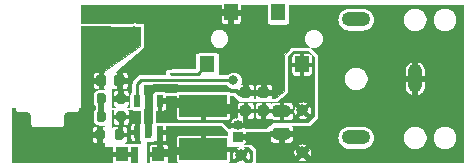
<source format=gbr>
%TF.GenerationSoftware,KiCad,Pcbnew,(5.1.10)-1*%
%TF.CreationDate,2021-10-05T14:24:33+02:00*%
%TF.ProjectId,Masterproef ultrasonic transducer,4d617374-6572-4707-926f-656620756c74,rev?*%
%TF.SameCoordinates,Original*%
%TF.FileFunction,Copper,L2,Bot*%
%TF.FilePolarity,Positive*%
%FSLAX46Y46*%
G04 Gerber Fmt 4.6, Leading zero omitted, Abs format (unit mm)*
G04 Created by KiCad (PCBNEW (5.1.10)-1) date 2021-10-05 14:24:33*
%MOMM*%
%LPD*%
G01*
G04 APERTURE LIST*
%TA.AperFunction,ComponentPad*%
%ADD10O,0.850000X0.850000*%
%TD*%
%TA.AperFunction,ComponentPad*%
%ADD11R,0.850000X0.850000*%
%TD*%
%TA.AperFunction,SMDPad,CuDef*%
%ADD12R,1.120000X1.220000*%
%TD*%
%TA.AperFunction,ComponentPad*%
%ADD13O,1.208000X2.416000*%
%TD*%
%TA.AperFunction,ComponentPad*%
%ADD14O,2.416000X1.208000*%
%TD*%
%TA.AperFunction,SMDPad,CuDef*%
%ADD15R,1.200000X1.400000*%
%TD*%
%TA.AperFunction,SMDPad,CuDef*%
%ADD16R,4.100000X1.850000*%
%TD*%
%TA.AperFunction,SMDPad,CuDef*%
%ADD17R,0.600000X1.050000*%
%TD*%
%TA.AperFunction,SMDPad,CuDef*%
%ADD18C,1.000000*%
%TD*%
%TA.AperFunction,ViaPad*%
%ADD19C,0.300000*%
%TD*%
%TA.AperFunction,ViaPad*%
%ADD20C,0.500000*%
%TD*%
%TA.AperFunction,ViaPad*%
%ADD21C,0.800000*%
%TD*%
%TA.AperFunction,Conductor*%
%ADD22C,0.500000*%
%TD*%
%TA.AperFunction,Conductor*%
%ADD23C,0.250000*%
%TD*%
%TA.AperFunction,Conductor*%
%ADD24C,0.400000*%
%TD*%
%TA.AperFunction,Conductor*%
%ADD25C,0.100000*%
%TD*%
G04 APERTURE END LIST*
D10*
%TO.P,J1,2*%
%TO.N,+3V3*%
X118211600Y-92659200D03*
D11*
%TO.P,J1,1*%
%TO.N,GND*%
X118211600Y-93659200D03*
%TD*%
D12*
%TO.P,D1,2*%
%TO.N,Net-(D1-Pad2)*%
X111506000Y-95123000D03*
%TO.P,D1,1*%
%TO.N,+15V*%
X108406000Y-95123000D03*
%TD*%
D13*
%TO.P,J2,1*%
%TO.N,GND*%
X133223000Y-88726000D03*
D14*
%TO.P,J2,5*%
%TO.N,/AUDIO_IN*%
X128223000Y-83726000D03*
%TO.P,J2,2*%
%TO.N,/ENABLE*%
X128223000Y-93726000D03*
%TD*%
D15*
%TO.P,S1,4*%
%TO.N,+3V3*%
X123642000Y-87544000D03*
%TO.P,S1,3*%
%TO.N,/GAIN*%
X115642000Y-87544000D03*
%TO.P,S1,2*%
%TO.N,Net-(S1-Pad2)*%
X121642000Y-83144000D03*
%TO.P,S1,1*%
%TO.N,GND*%
X117642000Y-83144000D03*
%TD*%
D16*
%TO.P,L1,2*%
%TO.N,Net-(D1-Pad2)*%
X115290600Y-94691200D03*
%TO.P,L1,1*%
%TO.N,+3V3*%
X115290600Y-91041200D03*
%TD*%
D17*
%TO.P,IC1,5*%
%TO.N,+3V3*%
X111607600Y-90678000D03*
%TO.P,IC1,4*%
%TO.N,/ENABLE*%
X109707600Y-90678000D03*
%TO.P,IC1,3*%
%TO.N,Net-(IC1-Pad3)*%
X109707600Y-93278000D03*
%TO.P,IC1,2*%
%TO.N,GND*%
X110657600Y-93278000D03*
%TO.P,IC1,1*%
%TO.N,Net-(D1-Pad2)*%
X111607600Y-93278000D03*
%TD*%
%TO.P,R3,2*%
%TO.N,Net-(R2-Pad1)*%
%TA.AperFunction,SMDPad,CuDef*%
G36*
G01*
X107080000Y-90149000D02*
X107080000Y-90699000D01*
G75*
G02*
X106880000Y-90899000I-200000J0D01*
G01*
X106480000Y-90899000D01*
G75*
G02*
X106280000Y-90699000I0J200000D01*
G01*
X106280000Y-90149000D01*
G75*
G02*
X106480000Y-89949000I200000J0D01*
G01*
X106880000Y-89949000D01*
G75*
G02*
X107080000Y-90149000I0J-200000D01*
G01*
G37*
%TD.AperFunction*%
%TO.P,R3,1*%
%TO.N,GND*%
%TA.AperFunction,SMDPad,CuDef*%
G36*
G01*
X108730000Y-90149000D02*
X108730000Y-90699000D01*
G75*
G02*
X108530000Y-90899000I-200000J0D01*
G01*
X108130000Y-90899000D01*
G75*
G02*
X107930000Y-90699000I0J200000D01*
G01*
X107930000Y-90149000D01*
G75*
G02*
X108130000Y-89949000I200000J0D01*
G01*
X108530000Y-89949000D01*
G75*
G02*
X108730000Y-90149000I0J-200000D01*
G01*
G37*
%TD.AperFunction*%
%TD*%
%TO.P,C2,2*%
%TO.N,GND*%
%TA.AperFunction,SMDPad,CuDef*%
G36*
G01*
X107754000Y-89150000D02*
X107754000Y-88650000D01*
G75*
G02*
X107979000Y-88425000I225000J0D01*
G01*
X108429000Y-88425000D01*
G75*
G02*
X108654000Y-88650000I0J-225000D01*
G01*
X108654000Y-89150000D01*
G75*
G02*
X108429000Y-89375000I-225000J0D01*
G01*
X107979000Y-89375000D01*
G75*
G02*
X107754000Y-89150000I0J225000D01*
G01*
G37*
%TD.AperFunction*%
%TO.P,C2,1*%
%TO.N,+15V*%
%TA.AperFunction,SMDPad,CuDef*%
G36*
G01*
X106204000Y-89150000D02*
X106204000Y-88650000D01*
G75*
G02*
X106429000Y-88425000I225000J0D01*
G01*
X106879000Y-88425000D01*
G75*
G02*
X107104000Y-88650000I0J-225000D01*
G01*
X107104000Y-89150000D01*
G75*
G02*
X106879000Y-89375000I-225000J0D01*
G01*
X106429000Y-89375000D01*
G75*
G02*
X106204000Y-89150000I0J225000D01*
G01*
G37*
%TD.AperFunction*%
%TD*%
D18*
%TO.P,10,1*%
%TO.N,GND*%
X123698000Y-94996000D03*
%TD*%
%TO.P,8,1*%
%TO.N,Net-(D1-Pad2)*%
X118491000Y-95250000D03*
%TD*%
%TO.P,5,1*%
%TO.N,+3V3*%
X123698000Y-91440000D03*
%TD*%
%TO.P,R2,2*%
%TO.N,Net-(IC1-Pad3)*%
%TA.AperFunction,SMDPad,CuDef*%
G36*
G01*
X107930000Y-92223000D02*
X107930000Y-91673000D01*
G75*
G02*
X108130000Y-91473000I200000J0D01*
G01*
X108530000Y-91473000D01*
G75*
G02*
X108730000Y-91673000I0J-200000D01*
G01*
X108730000Y-92223000D01*
G75*
G02*
X108530000Y-92423000I-200000J0D01*
G01*
X108130000Y-92423000D01*
G75*
G02*
X107930000Y-92223000I0J200000D01*
G01*
G37*
%TD.AperFunction*%
%TO.P,R2,1*%
%TO.N,Net-(R2-Pad1)*%
%TA.AperFunction,SMDPad,CuDef*%
G36*
G01*
X106280000Y-92223000D02*
X106280000Y-91673000D01*
G75*
G02*
X106480000Y-91473000I200000J0D01*
G01*
X106880000Y-91473000D01*
G75*
G02*
X107080000Y-91673000I0J-200000D01*
G01*
X107080000Y-92223000D01*
G75*
G02*
X106880000Y-92423000I-200000J0D01*
G01*
X106480000Y-92423000D01*
G75*
G02*
X106280000Y-92223000I0J200000D01*
G01*
G37*
%TD.AperFunction*%
%TD*%
%TO.P,R1,2*%
%TO.N,Net-(IC1-Pad3)*%
%TA.AperFunction,SMDPad,CuDef*%
G36*
G01*
X107804000Y-93747000D02*
X107804000Y-93197000D01*
G75*
G02*
X108004000Y-92997000I200000J0D01*
G01*
X108404000Y-92997000D01*
G75*
G02*
X108604000Y-93197000I0J-200000D01*
G01*
X108604000Y-93747000D01*
G75*
G02*
X108404000Y-93947000I-200000J0D01*
G01*
X108004000Y-93947000D01*
G75*
G02*
X107804000Y-93747000I0J200000D01*
G01*
G37*
%TD.AperFunction*%
%TO.P,R1,1*%
%TO.N,+15V*%
%TA.AperFunction,SMDPad,CuDef*%
G36*
G01*
X106154000Y-93747000D02*
X106154000Y-93197000D01*
G75*
G02*
X106354000Y-92997000I200000J0D01*
G01*
X106754000Y-92997000D01*
G75*
G02*
X106954000Y-93197000I0J-200000D01*
G01*
X106954000Y-93747000D01*
G75*
G02*
X106754000Y-93947000I-200000J0D01*
G01*
X106354000Y-93947000D01*
G75*
G02*
X106154000Y-93747000I0J200000D01*
G01*
G37*
%TD.AperFunction*%
%TD*%
%TO.P,C4,2*%
%TO.N,GND*%
%TA.AperFunction,SMDPad,CuDef*%
G36*
G01*
X120646000Y-90353000D02*
X120146000Y-90353000D01*
G75*
G02*
X119921000Y-90128000I0J225000D01*
G01*
X119921000Y-89678000D01*
G75*
G02*
X120146000Y-89453000I225000J0D01*
G01*
X120646000Y-89453000D01*
G75*
G02*
X120871000Y-89678000I0J-225000D01*
G01*
X120871000Y-90128000D01*
G75*
G02*
X120646000Y-90353000I-225000J0D01*
G01*
G37*
%TD.AperFunction*%
%TO.P,C4,1*%
%TO.N,+3V3*%
%TA.AperFunction,SMDPad,CuDef*%
G36*
G01*
X120646000Y-91903000D02*
X120146000Y-91903000D01*
G75*
G02*
X119921000Y-91678000I0J225000D01*
G01*
X119921000Y-91228000D01*
G75*
G02*
X120146000Y-91003000I225000J0D01*
G01*
X120646000Y-91003000D01*
G75*
G02*
X120871000Y-91228000I0J-225000D01*
G01*
X120871000Y-91678000D01*
G75*
G02*
X120646000Y-91903000I-225000J0D01*
G01*
G37*
%TD.AperFunction*%
%TD*%
%TO.P,C3,2*%
%TO.N,GND*%
%TA.AperFunction,SMDPad,CuDef*%
G36*
G01*
X121445000Y-92906000D02*
X122395000Y-92906000D01*
G75*
G02*
X122645000Y-93156000I0J-250000D01*
G01*
X122645000Y-93656000D01*
G75*
G02*
X122395000Y-93906000I-250000J0D01*
G01*
X121445000Y-93906000D01*
G75*
G02*
X121195000Y-93656000I0J250000D01*
G01*
X121195000Y-93156000D01*
G75*
G02*
X121445000Y-92906000I250000J0D01*
G01*
G37*
%TD.AperFunction*%
%TO.P,C3,1*%
%TO.N,+3V3*%
%TA.AperFunction,SMDPad,CuDef*%
G36*
G01*
X121445000Y-91006000D02*
X122395000Y-91006000D01*
G75*
G02*
X122645000Y-91256000I0J-250000D01*
G01*
X122645000Y-91756000D01*
G75*
G02*
X122395000Y-92006000I-250000J0D01*
G01*
X121445000Y-92006000D01*
G75*
G02*
X121195000Y-91756000I0J250000D01*
G01*
X121195000Y-91256000D01*
G75*
G02*
X121445000Y-91006000I250000J0D01*
G01*
G37*
%TD.AperFunction*%
%TD*%
%TO.P,C1,2*%
%TO.N,GND*%
%TA.AperFunction,SMDPad,CuDef*%
G36*
G01*
X119122000Y-90353000D02*
X118622000Y-90353000D01*
G75*
G02*
X118397000Y-90128000I0J225000D01*
G01*
X118397000Y-89678000D01*
G75*
G02*
X118622000Y-89453000I225000J0D01*
G01*
X119122000Y-89453000D01*
G75*
G02*
X119347000Y-89678000I0J-225000D01*
G01*
X119347000Y-90128000D01*
G75*
G02*
X119122000Y-90353000I-225000J0D01*
G01*
G37*
%TD.AperFunction*%
%TO.P,C1,1*%
%TO.N,+3V3*%
%TA.AperFunction,SMDPad,CuDef*%
G36*
G01*
X119122000Y-91903000D02*
X118622000Y-91903000D01*
G75*
G02*
X118397000Y-91678000I0J225000D01*
G01*
X118397000Y-91228000D01*
G75*
G02*
X118622000Y-91003000I225000J0D01*
G01*
X119122000Y-91003000D01*
G75*
G02*
X119347000Y-91228000I0J-225000D01*
G01*
X119347000Y-91678000D01*
G75*
G02*
X119122000Y-91903000I-225000J0D01*
G01*
G37*
%TD.AperFunction*%
%TD*%
D19*
%TO.N,GND*%
X112555020Y-87823040D03*
X113055400Y-89321640D03*
D20*
X112776000Y-86995000D03*
X113411000Y-86995000D03*
%TO.N,+15V*%
X109474000Y-84582000D03*
D19*
%TO.N,/GAIN*%
X112555020Y-88320880D03*
D21*
%TO.N,/ENABLE*%
X117856000Y-88900000D03*
D19*
X112555020Y-88821260D03*
%TD*%
D22*
%TO.N,GND*%
X110657600Y-92592998D02*
X110657600Y-93278000D01*
X111178959Y-89471639D02*
X112905401Y-89471639D01*
X110657600Y-89992998D02*
X111178959Y-89471639D01*
X110657600Y-93278000D02*
X110657600Y-89992998D01*
X121920000Y-93406000D02*
X122108000Y-93406000D01*
X112555020Y-87720879D02*
X109383121Y-87720879D01*
X112555020Y-87130980D02*
X112555020Y-87720879D01*
X116542000Y-83144000D02*
X112555020Y-87130980D01*
X117642000Y-83144000D02*
X116542000Y-83144000D01*
X108330000Y-89026000D02*
X108204000Y-88900000D01*
X110657600Y-93278000D02*
X110657600Y-92496600D01*
D23*
X119218200Y-93945200D02*
X119634000Y-94361000D01*
X119218200Y-93710000D02*
X119218200Y-93945200D01*
%TO.N,+3V3*%
X114808000Y-90631000D02*
X115885200Y-90631000D01*
D22*
X115630000Y-91199000D02*
X115062000Y-90631000D01*
X121613000Y-91453000D02*
X121666000Y-91506000D01*
X115448400Y-91453000D02*
X118110000Y-91453000D01*
X114673400Y-90678000D02*
X115448400Y-91453000D01*
X111607600Y-90678000D02*
X114673400Y-90678000D01*
X123632000Y-91506000D02*
X123698000Y-91440000D01*
X123642000Y-91384000D02*
X123698000Y-91440000D01*
D24*
X120396000Y-92532200D02*
X120218200Y-92710000D01*
X120396000Y-91453000D02*
X120396000Y-92532200D01*
X118872000Y-92363800D02*
X119218200Y-92710000D01*
X118872000Y-91453000D02*
X118872000Y-92363800D01*
X120218200Y-92710000D02*
X120650000Y-92710000D01*
X120650000Y-92710000D02*
X121031000Y-92329000D01*
D23*
%TO.N,/GAIN*%
X112555020Y-88333580D02*
X112555020Y-88320880D01*
X112542320Y-88346280D02*
X112555020Y-88333580D01*
X114865120Y-88320880D02*
X112555020Y-88320880D01*
X115642000Y-87544000D02*
X114865120Y-88320880D01*
%TO.N,/ENABLE*%
X111402740Y-88821260D02*
X112555020Y-88821260D01*
X110060740Y-88821260D02*
X111402740Y-88821260D01*
X109707600Y-89174400D02*
X110060740Y-88821260D01*
X109707600Y-90678000D02*
X109707600Y-89174400D01*
X117741780Y-88821260D02*
X112555020Y-88821260D01*
D22*
%TO.N,Net-(D1-Pad2)*%
X114855000Y-94488000D02*
X115062000Y-94281000D01*
X116031000Y-95250000D02*
X115062000Y-94281000D01*
X111607600Y-94894400D02*
X111506000Y-94996000D01*
X111607600Y-93278000D02*
X111607600Y-94894400D01*
X114985800Y-94996000D02*
X115290600Y-94691200D01*
X111506000Y-94996000D02*
X114985800Y-94996000D01*
D23*
%TO.N,Net-(IC1-Pad3)*%
X109707600Y-93278000D02*
X109707600Y-92943600D01*
X108077000Y-91948000D02*
X108331000Y-92202000D01*
X108330000Y-92203000D02*
X108330000Y-93472000D01*
X108331000Y-92202000D02*
X108330000Y-92203000D01*
D22*
%TO.N,Net-(R2-Pad1)*%
X106680000Y-90424000D02*
X106680000Y-91948000D01*
%TD*%
D25*
%TO.N,+3V3*%
X124664000Y-86888710D02*
X124664000Y-91927290D01*
X124185290Y-92406000D01*
X121158000Y-92406000D01*
X121148245Y-92406961D01*
X121138866Y-92409806D01*
X121130221Y-92414427D01*
X121122645Y-92420645D01*
X120629290Y-92914000D01*
X118847417Y-92914000D01*
X118848281Y-92911910D01*
X118813181Y-92809200D01*
X118361600Y-92809200D01*
X118361600Y-92829200D01*
X118061600Y-92829200D01*
X118061600Y-92809200D01*
X117610019Y-92809200D01*
X117574919Y-92911910D01*
X117575783Y-92914000D01*
X117368710Y-92914000D01*
X116875355Y-92420645D01*
X116867779Y-92414427D01*
X116859134Y-92409806D01*
X116849755Y-92406961D01*
X116844974Y-92406490D01*
X117574919Y-92406490D01*
X117610019Y-92509200D01*
X118061600Y-92509200D01*
X118061600Y-92489200D01*
X118361600Y-92489200D01*
X118361600Y-92509200D01*
X118813181Y-92509200D01*
X118848281Y-92406490D01*
X118840505Y-92387684D01*
X118775451Y-92270208D01*
X118688728Y-92167681D01*
X118668457Y-92151543D01*
X118722000Y-92098000D01*
X118722000Y-91603000D01*
X119022000Y-91603000D01*
X119022000Y-92098000D01*
X119087000Y-92163000D01*
X119347000Y-92164258D01*
X119397969Y-92159238D01*
X119446979Y-92144371D01*
X119492147Y-92120228D01*
X119531737Y-92087737D01*
X119564228Y-92048147D01*
X119588371Y-92002979D01*
X119603238Y-91953969D01*
X119608258Y-91903000D01*
X119659742Y-91903000D01*
X119664762Y-91953969D01*
X119679629Y-92002979D01*
X119703772Y-92048147D01*
X119736263Y-92087737D01*
X119775853Y-92120228D01*
X119821021Y-92144371D01*
X119870031Y-92159238D01*
X119921000Y-92164258D01*
X120181000Y-92163000D01*
X120246000Y-92098000D01*
X120246000Y-91603000D01*
X120546000Y-91603000D01*
X120546000Y-92098000D01*
X120611000Y-92163000D01*
X120871000Y-92164258D01*
X120921969Y-92159238D01*
X120970979Y-92144371D01*
X120973445Y-92143053D01*
X120977772Y-92151147D01*
X121010263Y-92190737D01*
X121049853Y-92223228D01*
X121095021Y-92247371D01*
X121144031Y-92262238D01*
X121195000Y-92267258D01*
X121705000Y-92266000D01*
X121770000Y-92201000D01*
X121770000Y-91656000D01*
X122070000Y-91656000D01*
X122070000Y-92201000D01*
X122135000Y-92266000D01*
X122645000Y-92267258D01*
X122695969Y-92262238D01*
X122744979Y-92247371D01*
X122790147Y-92223228D01*
X122829737Y-92190737D01*
X122862228Y-92151147D01*
X122886371Y-92105979D01*
X122901238Y-92056969D01*
X122904033Y-92028585D01*
X123321547Y-92028585D01*
X123379219Y-92133961D01*
X123520729Y-92182818D01*
X123669052Y-92203129D01*
X123818487Y-92194113D01*
X123963292Y-92156117D01*
X124016781Y-92133961D01*
X124074453Y-92028585D01*
X123698000Y-91652132D01*
X123321547Y-92028585D01*
X122904033Y-92028585D01*
X122906258Y-92006000D01*
X122905000Y-91721000D01*
X122840000Y-91656000D01*
X122070000Y-91656000D01*
X121770000Y-91656000D01*
X121119000Y-91656000D01*
X121066000Y-91603000D01*
X120546000Y-91603000D01*
X120246000Y-91603000D01*
X119726000Y-91603000D01*
X119661000Y-91668000D01*
X119659742Y-91903000D01*
X119608258Y-91903000D01*
X119607000Y-91668000D01*
X119542000Y-91603000D01*
X119022000Y-91603000D01*
X118722000Y-91603000D01*
X118202000Y-91603000D01*
X118137000Y-91668000D01*
X118135742Y-91903000D01*
X118140762Y-91953969D01*
X118146899Y-91974200D01*
X118061598Y-91974200D01*
X118061598Y-92055811D01*
X117958888Y-92022506D01*
X117839531Y-92084042D01*
X117734472Y-92167681D01*
X117647749Y-92270208D01*
X117582695Y-92387684D01*
X117574919Y-92406490D01*
X116844974Y-92406490D01*
X116840000Y-92406000D01*
X111302000Y-92406000D01*
X111302000Y-91966200D01*
X112979342Y-91966200D01*
X112984362Y-92017169D01*
X112999229Y-92066179D01*
X113023372Y-92111347D01*
X113055863Y-92150937D01*
X113095453Y-92183428D01*
X113140621Y-92207571D01*
X113189631Y-92222438D01*
X113240600Y-92227458D01*
X115075600Y-92226200D01*
X115140600Y-92161200D01*
X115140600Y-91191200D01*
X115440600Y-91191200D01*
X115440600Y-92161200D01*
X115505600Y-92226200D01*
X117340600Y-92227458D01*
X117391569Y-92222438D01*
X117440579Y-92207571D01*
X117485747Y-92183428D01*
X117525337Y-92150937D01*
X117557828Y-92111347D01*
X117581971Y-92066179D01*
X117596838Y-92017169D01*
X117601858Y-91966200D01*
X117600875Y-91411052D01*
X122934871Y-91411052D01*
X122943887Y-91560487D01*
X122981883Y-91705292D01*
X123004039Y-91758781D01*
X123109415Y-91816453D01*
X123485868Y-91440000D01*
X123910132Y-91440000D01*
X124286585Y-91816453D01*
X124391961Y-91758781D01*
X124440818Y-91617271D01*
X124461129Y-91468948D01*
X124452113Y-91319513D01*
X124414117Y-91174708D01*
X124391961Y-91121219D01*
X124286585Y-91063547D01*
X123910132Y-91440000D01*
X123485868Y-91440000D01*
X123109415Y-91063547D01*
X123004039Y-91121219D01*
X122955182Y-91262729D01*
X122934871Y-91411052D01*
X117600875Y-91411052D01*
X117600600Y-91256200D01*
X117535600Y-91191200D01*
X115440600Y-91191200D01*
X115140600Y-91191200D01*
X113045600Y-91191200D01*
X112980600Y-91256200D01*
X112979342Y-91966200D01*
X111302000Y-91966200D01*
X111302000Y-91463706D01*
X111307600Y-91464258D01*
X111392600Y-91463000D01*
X111457600Y-91398000D01*
X111457600Y-90828000D01*
X111757600Y-90828000D01*
X111757600Y-91398000D01*
X111822600Y-91463000D01*
X111907600Y-91464258D01*
X111958569Y-91459238D01*
X112007579Y-91444371D01*
X112052747Y-91420228D01*
X112092337Y-91387737D01*
X112124828Y-91348147D01*
X112148971Y-91302979D01*
X112163838Y-91253969D01*
X112168858Y-91203000D01*
X112168047Y-91003000D01*
X118135742Y-91003000D01*
X118137000Y-91238000D01*
X118202000Y-91303000D01*
X118722000Y-91303000D01*
X118722000Y-90808000D01*
X119022000Y-90808000D01*
X119022000Y-91303000D01*
X119542000Y-91303000D01*
X119607000Y-91238000D01*
X119608258Y-91003000D01*
X119659742Y-91003000D01*
X119661000Y-91238000D01*
X119726000Y-91303000D01*
X120246000Y-91303000D01*
X120246000Y-90808000D01*
X120546000Y-90808000D01*
X120546000Y-91303000D01*
X120947000Y-91303000D01*
X121000000Y-91356000D01*
X121770000Y-91356000D01*
X121770000Y-90811000D01*
X122070000Y-90811000D01*
X122070000Y-91356000D01*
X122840000Y-91356000D01*
X122905000Y-91291000D01*
X122906258Y-91006000D01*
X122901238Y-90955031D01*
X122886371Y-90906021D01*
X122862228Y-90860853D01*
X122854483Y-90851415D01*
X123321547Y-90851415D01*
X123698000Y-91227868D01*
X124074453Y-90851415D01*
X124016781Y-90746039D01*
X123875271Y-90697182D01*
X123726948Y-90676871D01*
X123577513Y-90685887D01*
X123432708Y-90723883D01*
X123379219Y-90746039D01*
X123321547Y-90851415D01*
X122854483Y-90851415D01*
X122829737Y-90821263D01*
X122790147Y-90788772D01*
X122744979Y-90764629D01*
X122695969Y-90749762D01*
X122645000Y-90744742D01*
X122135000Y-90746000D01*
X122070000Y-90811000D01*
X121770000Y-90811000D01*
X121705000Y-90746000D01*
X121195000Y-90744742D01*
X121144031Y-90749762D01*
X121095021Y-90764629D01*
X121049853Y-90788772D01*
X121034828Y-90801103D01*
X121016147Y-90785772D01*
X120970979Y-90761629D01*
X120921969Y-90746762D01*
X120871000Y-90741742D01*
X120611000Y-90743000D01*
X120546000Y-90808000D01*
X120246000Y-90808000D01*
X120181000Y-90743000D01*
X119921000Y-90741742D01*
X119870031Y-90746762D01*
X119821021Y-90761629D01*
X119775853Y-90785772D01*
X119736263Y-90818263D01*
X119703772Y-90857853D01*
X119679629Y-90903021D01*
X119664762Y-90952031D01*
X119659742Y-91003000D01*
X119608258Y-91003000D01*
X119603238Y-90952031D01*
X119588371Y-90903021D01*
X119564228Y-90857853D01*
X119531737Y-90818263D01*
X119492147Y-90785772D01*
X119446979Y-90761629D01*
X119397969Y-90746762D01*
X119347000Y-90741742D01*
X119087000Y-90743000D01*
X119022000Y-90808000D01*
X118722000Y-90808000D01*
X118657000Y-90743000D01*
X118397000Y-90741742D01*
X118346031Y-90746762D01*
X118297021Y-90761629D01*
X118251853Y-90785772D01*
X118212263Y-90818263D01*
X118179772Y-90857853D01*
X118155629Y-90903021D01*
X118140762Y-90952031D01*
X118135742Y-91003000D01*
X112168047Y-91003000D01*
X112167600Y-90893000D01*
X112102600Y-90828000D01*
X111757600Y-90828000D01*
X111457600Y-90828000D01*
X111437600Y-90828000D01*
X111437600Y-90528000D01*
X111457600Y-90528000D01*
X111457600Y-90508000D01*
X111757600Y-90508000D01*
X111757600Y-90528000D01*
X112102600Y-90528000D01*
X112167600Y-90463000D01*
X112168586Y-90220000D01*
X112979526Y-90220000D01*
X112980600Y-90826200D01*
X113045600Y-90891200D01*
X115140600Y-90891200D01*
X115140600Y-90871200D01*
X115440600Y-90871200D01*
X115440600Y-90891200D01*
X117535600Y-90891200D01*
X117600600Y-90826200D01*
X117601674Y-90220000D01*
X117835290Y-90220000D01*
X118328645Y-90713355D01*
X118336221Y-90719573D01*
X118344866Y-90724194D01*
X118354245Y-90727039D01*
X118364000Y-90728000D01*
X121539000Y-90728000D01*
X121548755Y-90727039D01*
X121558134Y-90724194D01*
X121566779Y-90719573D01*
X121571540Y-90715963D01*
X122460540Y-89953963D01*
X122467321Y-89946885D01*
X122472590Y-89938621D01*
X122476147Y-89929487D01*
X122478000Y-89916000D01*
X122478000Y-88244000D01*
X122780742Y-88244000D01*
X122785762Y-88294969D01*
X122800629Y-88343979D01*
X122824772Y-88389147D01*
X122857263Y-88428737D01*
X122896853Y-88461228D01*
X122942021Y-88485371D01*
X122991031Y-88500238D01*
X123042000Y-88505258D01*
X123427000Y-88504000D01*
X123492000Y-88439000D01*
X123492000Y-87694000D01*
X123792000Y-87694000D01*
X123792000Y-88439000D01*
X123857000Y-88504000D01*
X124242000Y-88505258D01*
X124292969Y-88500238D01*
X124341979Y-88485371D01*
X124387147Y-88461228D01*
X124426737Y-88428737D01*
X124459228Y-88389147D01*
X124483371Y-88343979D01*
X124498238Y-88294969D01*
X124503258Y-88244000D01*
X124502000Y-87759000D01*
X124437000Y-87694000D01*
X123792000Y-87694000D01*
X123492000Y-87694000D01*
X122847000Y-87694000D01*
X122782000Y-87759000D01*
X122780742Y-88244000D01*
X122478000Y-88244000D01*
X122478000Y-86888710D01*
X122522710Y-86844000D01*
X122780742Y-86844000D01*
X122782000Y-87329000D01*
X122847000Y-87394000D01*
X123492000Y-87394000D01*
X123492000Y-86649000D01*
X123792000Y-86649000D01*
X123792000Y-87394000D01*
X124437000Y-87394000D01*
X124502000Y-87329000D01*
X124503258Y-86844000D01*
X124498238Y-86793031D01*
X124483371Y-86744021D01*
X124459228Y-86698853D01*
X124426737Y-86659263D01*
X124387147Y-86626772D01*
X124341979Y-86602629D01*
X124292969Y-86587762D01*
X124242000Y-86582742D01*
X123857000Y-86584000D01*
X123792000Y-86649000D01*
X123492000Y-86649000D01*
X123427000Y-86584000D01*
X123042000Y-86582742D01*
X122991031Y-86587762D01*
X122942021Y-86602629D01*
X122896853Y-86626772D01*
X122857263Y-86659263D01*
X122824772Y-86698853D01*
X122800629Y-86744021D01*
X122785762Y-86793031D01*
X122780742Y-86844000D01*
X122522710Y-86844000D01*
X122956710Y-86410000D01*
X124185290Y-86410000D01*
X124664000Y-86888710D01*
%TA.AperFunction,Conductor*%
G36*
X124664000Y-86888710D02*
G01*
X124664000Y-91927290D01*
X124185290Y-92406000D01*
X121158000Y-92406000D01*
X121148245Y-92406961D01*
X121138866Y-92409806D01*
X121130221Y-92414427D01*
X121122645Y-92420645D01*
X120629290Y-92914000D01*
X118847417Y-92914000D01*
X118848281Y-92911910D01*
X118813181Y-92809200D01*
X118361600Y-92809200D01*
X118361600Y-92829200D01*
X118061600Y-92829200D01*
X118061600Y-92809200D01*
X117610019Y-92809200D01*
X117574919Y-92911910D01*
X117575783Y-92914000D01*
X117368710Y-92914000D01*
X116875355Y-92420645D01*
X116867779Y-92414427D01*
X116859134Y-92409806D01*
X116849755Y-92406961D01*
X116844974Y-92406490D01*
X117574919Y-92406490D01*
X117610019Y-92509200D01*
X118061600Y-92509200D01*
X118061600Y-92489200D01*
X118361600Y-92489200D01*
X118361600Y-92509200D01*
X118813181Y-92509200D01*
X118848281Y-92406490D01*
X118840505Y-92387684D01*
X118775451Y-92270208D01*
X118688728Y-92167681D01*
X118668457Y-92151543D01*
X118722000Y-92098000D01*
X118722000Y-91603000D01*
X119022000Y-91603000D01*
X119022000Y-92098000D01*
X119087000Y-92163000D01*
X119347000Y-92164258D01*
X119397969Y-92159238D01*
X119446979Y-92144371D01*
X119492147Y-92120228D01*
X119531737Y-92087737D01*
X119564228Y-92048147D01*
X119588371Y-92002979D01*
X119603238Y-91953969D01*
X119608258Y-91903000D01*
X119659742Y-91903000D01*
X119664762Y-91953969D01*
X119679629Y-92002979D01*
X119703772Y-92048147D01*
X119736263Y-92087737D01*
X119775853Y-92120228D01*
X119821021Y-92144371D01*
X119870031Y-92159238D01*
X119921000Y-92164258D01*
X120181000Y-92163000D01*
X120246000Y-92098000D01*
X120246000Y-91603000D01*
X120546000Y-91603000D01*
X120546000Y-92098000D01*
X120611000Y-92163000D01*
X120871000Y-92164258D01*
X120921969Y-92159238D01*
X120970979Y-92144371D01*
X120973445Y-92143053D01*
X120977772Y-92151147D01*
X121010263Y-92190737D01*
X121049853Y-92223228D01*
X121095021Y-92247371D01*
X121144031Y-92262238D01*
X121195000Y-92267258D01*
X121705000Y-92266000D01*
X121770000Y-92201000D01*
X121770000Y-91656000D01*
X122070000Y-91656000D01*
X122070000Y-92201000D01*
X122135000Y-92266000D01*
X122645000Y-92267258D01*
X122695969Y-92262238D01*
X122744979Y-92247371D01*
X122790147Y-92223228D01*
X122829737Y-92190737D01*
X122862228Y-92151147D01*
X122886371Y-92105979D01*
X122901238Y-92056969D01*
X122904033Y-92028585D01*
X123321547Y-92028585D01*
X123379219Y-92133961D01*
X123520729Y-92182818D01*
X123669052Y-92203129D01*
X123818487Y-92194113D01*
X123963292Y-92156117D01*
X124016781Y-92133961D01*
X124074453Y-92028585D01*
X123698000Y-91652132D01*
X123321547Y-92028585D01*
X122904033Y-92028585D01*
X122906258Y-92006000D01*
X122905000Y-91721000D01*
X122840000Y-91656000D01*
X122070000Y-91656000D01*
X121770000Y-91656000D01*
X121119000Y-91656000D01*
X121066000Y-91603000D01*
X120546000Y-91603000D01*
X120246000Y-91603000D01*
X119726000Y-91603000D01*
X119661000Y-91668000D01*
X119659742Y-91903000D01*
X119608258Y-91903000D01*
X119607000Y-91668000D01*
X119542000Y-91603000D01*
X119022000Y-91603000D01*
X118722000Y-91603000D01*
X118202000Y-91603000D01*
X118137000Y-91668000D01*
X118135742Y-91903000D01*
X118140762Y-91953969D01*
X118146899Y-91974200D01*
X118061598Y-91974200D01*
X118061598Y-92055811D01*
X117958888Y-92022506D01*
X117839531Y-92084042D01*
X117734472Y-92167681D01*
X117647749Y-92270208D01*
X117582695Y-92387684D01*
X117574919Y-92406490D01*
X116844974Y-92406490D01*
X116840000Y-92406000D01*
X111302000Y-92406000D01*
X111302000Y-91966200D01*
X112979342Y-91966200D01*
X112984362Y-92017169D01*
X112999229Y-92066179D01*
X113023372Y-92111347D01*
X113055863Y-92150937D01*
X113095453Y-92183428D01*
X113140621Y-92207571D01*
X113189631Y-92222438D01*
X113240600Y-92227458D01*
X115075600Y-92226200D01*
X115140600Y-92161200D01*
X115140600Y-91191200D01*
X115440600Y-91191200D01*
X115440600Y-92161200D01*
X115505600Y-92226200D01*
X117340600Y-92227458D01*
X117391569Y-92222438D01*
X117440579Y-92207571D01*
X117485747Y-92183428D01*
X117525337Y-92150937D01*
X117557828Y-92111347D01*
X117581971Y-92066179D01*
X117596838Y-92017169D01*
X117601858Y-91966200D01*
X117600875Y-91411052D01*
X122934871Y-91411052D01*
X122943887Y-91560487D01*
X122981883Y-91705292D01*
X123004039Y-91758781D01*
X123109415Y-91816453D01*
X123485868Y-91440000D01*
X123910132Y-91440000D01*
X124286585Y-91816453D01*
X124391961Y-91758781D01*
X124440818Y-91617271D01*
X124461129Y-91468948D01*
X124452113Y-91319513D01*
X124414117Y-91174708D01*
X124391961Y-91121219D01*
X124286585Y-91063547D01*
X123910132Y-91440000D01*
X123485868Y-91440000D01*
X123109415Y-91063547D01*
X123004039Y-91121219D01*
X122955182Y-91262729D01*
X122934871Y-91411052D01*
X117600875Y-91411052D01*
X117600600Y-91256200D01*
X117535600Y-91191200D01*
X115440600Y-91191200D01*
X115140600Y-91191200D01*
X113045600Y-91191200D01*
X112980600Y-91256200D01*
X112979342Y-91966200D01*
X111302000Y-91966200D01*
X111302000Y-91463706D01*
X111307600Y-91464258D01*
X111392600Y-91463000D01*
X111457600Y-91398000D01*
X111457600Y-90828000D01*
X111757600Y-90828000D01*
X111757600Y-91398000D01*
X111822600Y-91463000D01*
X111907600Y-91464258D01*
X111958569Y-91459238D01*
X112007579Y-91444371D01*
X112052747Y-91420228D01*
X112092337Y-91387737D01*
X112124828Y-91348147D01*
X112148971Y-91302979D01*
X112163838Y-91253969D01*
X112168858Y-91203000D01*
X112168047Y-91003000D01*
X118135742Y-91003000D01*
X118137000Y-91238000D01*
X118202000Y-91303000D01*
X118722000Y-91303000D01*
X118722000Y-90808000D01*
X119022000Y-90808000D01*
X119022000Y-91303000D01*
X119542000Y-91303000D01*
X119607000Y-91238000D01*
X119608258Y-91003000D01*
X119659742Y-91003000D01*
X119661000Y-91238000D01*
X119726000Y-91303000D01*
X120246000Y-91303000D01*
X120246000Y-90808000D01*
X120546000Y-90808000D01*
X120546000Y-91303000D01*
X120947000Y-91303000D01*
X121000000Y-91356000D01*
X121770000Y-91356000D01*
X121770000Y-90811000D01*
X122070000Y-90811000D01*
X122070000Y-91356000D01*
X122840000Y-91356000D01*
X122905000Y-91291000D01*
X122906258Y-91006000D01*
X122901238Y-90955031D01*
X122886371Y-90906021D01*
X122862228Y-90860853D01*
X122854483Y-90851415D01*
X123321547Y-90851415D01*
X123698000Y-91227868D01*
X124074453Y-90851415D01*
X124016781Y-90746039D01*
X123875271Y-90697182D01*
X123726948Y-90676871D01*
X123577513Y-90685887D01*
X123432708Y-90723883D01*
X123379219Y-90746039D01*
X123321547Y-90851415D01*
X122854483Y-90851415D01*
X122829737Y-90821263D01*
X122790147Y-90788772D01*
X122744979Y-90764629D01*
X122695969Y-90749762D01*
X122645000Y-90744742D01*
X122135000Y-90746000D01*
X122070000Y-90811000D01*
X121770000Y-90811000D01*
X121705000Y-90746000D01*
X121195000Y-90744742D01*
X121144031Y-90749762D01*
X121095021Y-90764629D01*
X121049853Y-90788772D01*
X121034828Y-90801103D01*
X121016147Y-90785772D01*
X120970979Y-90761629D01*
X120921969Y-90746762D01*
X120871000Y-90741742D01*
X120611000Y-90743000D01*
X120546000Y-90808000D01*
X120246000Y-90808000D01*
X120181000Y-90743000D01*
X119921000Y-90741742D01*
X119870031Y-90746762D01*
X119821021Y-90761629D01*
X119775853Y-90785772D01*
X119736263Y-90818263D01*
X119703772Y-90857853D01*
X119679629Y-90903021D01*
X119664762Y-90952031D01*
X119659742Y-91003000D01*
X119608258Y-91003000D01*
X119603238Y-90952031D01*
X119588371Y-90903021D01*
X119564228Y-90857853D01*
X119531737Y-90818263D01*
X119492147Y-90785772D01*
X119446979Y-90761629D01*
X119397969Y-90746762D01*
X119347000Y-90741742D01*
X119087000Y-90743000D01*
X119022000Y-90808000D01*
X118722000Y-90808000D01*
X118657000Y-90743000D01*
X118397000Y-90741742D01*
X118346031Y-90746762D01*
X118297021Y-90761629D01*
X118251853Y-90785772D01*
X118212263Y-90818263D01*
X118179772Y-90857853D01*
X118155629Y-90903021D01*
X118140762Y-90952031D01*
X118135742Y-91003000D01*
X112168047Y-91003000D01*
X112167600Y-90893000D01*
X112102600Y-90828000D01*
X111757600Y-90828000D01*
X111457600Y-90828000D01*
X111437600Y-90828000D01*
X111437600Y-90528000D01*
X111457600Y-90528000D01*
X111457600Y-90508000D01*
X111757600Y-90508000D01*
X111757600Y-90528000D01*
X112102600Y-90528000D01*
X112167600Y-90463000D01*
X112168586Y-90220000D01*
X112979526Y-90220000D01*
X112980600Y-90826200D01*
X113045600Y-90891200D01*
X115140600Y-90891200D01*
X115140600Y-90871200D01*
X115440600Y-90871200D01*
X115440600Y-90891200D01*
X117535600Y-90891200D01*
X117600600Y-90826200D01*
X117601674Y-90220000D01*
X117835290Y-90220000D01*
X118328645Y-90713355D01*
X118336221Y-90719573D01*
X118344866Y-90724194D01*
X118354245Y-90727039D01*
X118364000Y-90728000D01*
X121539000Y-90728000D01*
X121548755Y-90727039D01*
X121558134Y-90724194D01*
X121566779Y-90719573D01*
X121571540Y-90715963D01*
X122460540Y-89953963D01*
X122467321Y-89946885D01*
X122472590Y-89938621D01*
X122476147Y-89929487D01*
X122478000Y-89916000D01*
X122478000Y-88244000D01*
X122780742Y-88244000D01*
X122785762Y-88294969D01*
X122800629Y-88343979D01*
X122824772Y-88389147D01*
X122857263Y-88428737D01*
X122896853Y-88461228D01*
X122942021Y-88485371D01*
X122991031Y-88500238D01*
X123042000Y-88505258D01*
X123427000Y-88504000D01*
X123492000Y-88439000D01*
X123492000Y-87694000D01*
X123792000Y-87694000D01*
X123792000Y-88439000D01*
X123857000Y-88504000D01*
X124242000Y-88505258D01*
X124292969Y-88500238D01*
X124341979Y-88485371D01*
X124387147Y-88461228D01*
X124426737Y-88428737D01*
X124459228Y-88389147D01*
X124483371Y-88343979D01*
X124498238Y-88294969D01*
X124503258Y-88244000D01*
X124502000Y-87759000D01*
X124437000Y-87694000D01*
X123792000Y-87694000D01*
X123492000Y-87694000D01*
X122847000Y-87694000D01*
X122782000Y-87759000D01*
X122780742Y-88244000D01*
X122478000Y-88244000D01*
X122478000Y-86888710D01*
X122522710Y-86844000D01*
X122780742Y-86844000D01*
X122782000Y-87329000D01*
X122847000Y-87394000D01*
X123492000Y-87394000D01*
X123492000Y-86649000D01*
X123792000Y-86649000D01*
X123792000Y-87394000D01*
X124437000Y-87394000D01*
X124502000Y-87329000D01*
X124503258Y-86844000D01*
X124498238Y-86793031D01*
X124483371Y-86744021D01*
X124459228Y-86698853D01*
X124426737Y-86659263D01*
X124387147Y-86626772D01*
X124341979Y-86602629D01*
X124292969Y-86587762D01*
X124242000Y-86582742D01*
X123857000Y-86584000D01*
X123792000Y-86649000D01*
X123492000Y-86649000D01*
X123427000Y-86584000D01*
X123042000Y-86582742D01*
X122991031Y-86587762D01*
X122942021Y-86602629D01*
X122896853Y-86626772D01*
X122857263Y-86659263D01*
X122824772Y-86698853D01*
X122800629Y-86744021D01*
X122785762Y-86793031D01*
X122780742Y-86844000D01*
X122522710Y-86844000D01*
X122956710Y-86410000D01*
X124185290Y-86410000D01*
X124664000Y-86888710D01*
G37*
%TD.AperFunction*%
%TD*%
%TO.N,Net-(D1-Pad2)*%
X117298000Y-93238710D02*
X117298000Y-93504971D01*
X115505600Y-93506200D01*
X115440600Y-93571200D01*
X115440600Y-94541200D01*
X117535600Y-94541200D01*
X117560045Y-94516755D01*
X117566645Y-94523355D01*
X117574221Y-94529573D01*
X117582866Y-94534194D01*
X117592245Y-94537039D01*
X117602000Y-94538000D01*
X118215769Y-94538000D01*
X118172219Y-94556039D01*
X118114547Y-94661415D01*
X118491000Y-95037868D01*
X118867453Y-94661415D01*
X118809781Y-94556039D01*
X118757533Y-94538000D01*
X119105290Y-94538000D01*
X119457000Y-94889710D01*
X119457000Y-95737290D01*
X119352244Y-95842046D01*
X118865689Y-95841808D01*
X118867453Y-95838585D01*
X118491000Y-95462132D01*
X118114547Y-95838585D01*
X118116110Y-95841441D01*
X117471345Y-95841126D01*
X117485747Y-95833428D01*
X117525337Y-95800937D01*
X117557828Y-95761347D01*
X117581971Y-95716179D01*
X117596838Y-95667169D01*
X117601858Y-95616200D01*
X117601158Y-95221052D01*
X117727871Y-95221052D01*
X117736887Y-95370487D01*
X117774883Y-95515292D01*
X117797039Y-95568781D01*
X117902415Y-95626453D01*
X118278868Y-95250000D01*
X118703132Y-95250000D01*
X119079585Y-95626453D01*
X119184961Y-95568781D01*
X119233818Y-95427271D01*
X119254129Y-95278948D01*
X119245113Y-95129513D01*
X119207117Y-94984708D01*
X119184961Y-94931219D01*
X119079585Y-94873547D01*
X118703132Y-95250000D01*
X118278868Y-95250000D01*
X117902415Y-94873547D01*
X117797039Y-94931219D01*
X117748182Y-95072729D01*
X117727871Y-95221052D01*
X117601158Y-95221052D01*
X117600600Y-94906200D01*
X117535600Y-94841200D01*
X115440600Y-94841200D01*
X115440600Y-94861200D01*
X115140600Y-94861200D01*
X115140600Y-94841200D01*
X113045600Y-94841200D01*
X112980600Y-94906200D01*
X112979342Y-95616200D01*
X112984362Y-95667169D01*
X112999229Y-95716179D01*
X113023372Y-95761347D01*
X113055863Y-95800937D01*
X113095453Y-95833428D01*
X113105862Y-95838992D01*
X112304367Y-95838600D01*
X112307371Y-95832979D01*
X112322238Y-95783969D01*
X112327258Y-95733000D01*
X112326000Y-95338000D01*
X112261000Y-95273000D01*
X111656000Y-95273000D01*
X111656000Y-95293000D01*
X111356000Y-95293000D01*
X111356000Y-95273000D01*
X110751000Y-95273000D01*
X110686000Y-95338000D01*
X110684742Y-95733000D01*
X110689762Y-95783969D01*
X110704629Y-95832979D01*
X110707216Y-95837819D01*
X110540000Y-95837737D01*
X110540000Y-94513000D01*
X110684742Y-94513000D01*
X110686000Y-94908000D01*
X110751000Y-94973000D01*
X111356000Y-94973000D01*
X111356000Y-94318000D01*
X111656000Y-94318000D01*
X111656000Y-94973000D01*
X112261000Y-94973000D01*
X112326000Y-94908000D01*
X112327258Y-94513000D01*
X112322238Y-94462031D01*
X112307371Y-94413021D01*
X112283228Y-94367853D01*
X112250737Y-94328263D01*
X112211147Y-94295772D01*
X112165979Y-94271629D01*
X112116969Y-94256762D01*
X112066000Y-94251742D01*
X111721000Y-94253000D01*
X111656000Y-94318000D01*
X111356000Y-94318000D01*
X111291000Y-94253000D01*
X110946000Y-94251742D01*
X110895031Y-94256762D01*
X110846021Y-94271629D01*
X110800853Y-94295772D01*
X110761263Y-94328263D01*
X110728772Y-94367853D01*
X110704629Y-94413021D01*
X110689762Y-94462031D01*
X110684742Y-94513000D01*
X110540000Y-94513000D01*
X110540000Y-94104451D01*
X110957600Y-94104451D01*
X111016410Y-94098659D01*
X111072960Y-94081504D01*
X111125077Y-94053647D01*
X111164479Y-94021311D01*
X111207621Y-94044371D01*
X111256631Y-94059238D01*
X111307600Y-94064258D01*
X111392600Y-94063000D01*
X111457600Y-93998000D01*
X111457600Y-93428000D01*
X111757600Y-93428000D01*
X111757600Y-93998000D01*
X111822600Y-94063000D01*
X111907600Y-94064258D01*
X111958569Y-94059238D01*
X112007579Y-94044371D01*
X112052747Y-94020228D01*
X112092337Y-93987737D01*
X112124828Y-93948147D01*
X112148971Y-93902979D01*
X112163838Y-93853969D01*
X112168858Y-93803000D01*
X112168709Y-93766200D01*
X112979342Y-93766200D01*
X112980600Y-94476200D01*
X113045600Y-94541200D01*
X115140600Y-94541200D01*
X115140600Y-93571200D01*
X115075600Y-93506200D01*
X113240600Y-93504942D01*
X113189631Y-93509962D01*
X113140621Y-93524829D01*
X113095453Y-93548972D01*
X113055863Y-93581463D01*
X113023372Y-93621053D01*
X112999229Y-93666221D01*
X112984362Y-93715231D01*
X112979342Y-93766200D01*
X112168709Y-93766200D01*
X112167600Y-93493000D01*
X112102600Y-93428000D01*
X111757600Y-93428000D01*
X111457600Y-93428000D01*
X111437600Y-93428000D01*
X111437600Y-93128000D01*
X111457600Y-93128000D01*
X111457600Y-93108000D01*
X111757600Y-93108000D01*
X111757600Y-93128000D01*
X112102600Y-93128000D01*
X112167600Y-93063000D01*
X112168830Y-92760000D01*
X116819290Y-92760000D01*
X117298000Y-93238710D01*
%TA.AperFunction,Conductor*%
G36*
X117298000Y-93238710D02*
G01*
X117298000Y-93504971D01*
X115505600Y-93506200D01*
X115440600Y-93571200D01*
X115440600Y-94541200D01*
X117535600Y-94541200D01*
X117560045Y-94516755D01*
X117566645Y-94523355D01*
X117574221Y-94529573D01*
X117582866Y-94534194D01*
X117592245Y-94537039D01*
X117602000Y-94538000D01*
X118215769Y-94538000D01*
X118172219Y-94556039D01*
X118114547Y-94661415D01*
X118491000Y-95037868D01*
X118867453Y-94661415D01*
X118809781Y-94556039D01*
X118757533Y-94538000D01*
X119105290Y-94538000D01*
X119457000Y-94889710D01*
X119457000Y-95737290D01*
X119352244Y-95842046D01*
X118865689Y-95841808D01*
X118867453Y-95838585D01*
X118491000Y-95462132D01*
X118114547Y-95838585D01*
X118116110Y-95841441D01*
X117471345Y-95841126D01*
X117485747Y-95833428D01*
X117525337Y-95800937D01*
X117557828Y-95761347D01*
X117581971Y-95716179D01*
X117596838Y-95667169D01*
X117601858Y-95616200D01*
X117601158Y-95221052D01*
X117727871Y-95221052D01*
X117736887Y-95370487D01*
X117774883Y-95515292D01*
X117797039Y-95568781D01*
X117902415Y-95626453D01*
X118278868Y-95250000D01*
X118703132Y-95250000D01*
X119079585Y-95626453D01*
X119184961Y-95568781D01*
X119233818Y-95427271D01*
X119254129Y-95278948D01*
X119245113Y-95129513D01*
X119207117Y-94984708D01*
X119184961Y-94931219D01*
X119079585Y-94873547D01*
X118703132Y-95250000D01*
X118278868Y-95250000D01*
X117902415Y-94873547D01*
X117797039Y-94931219D01*
X117748182Y-95072729D01*
X117727871Y-95221052D01*
X117601158Y-95221052D01*
X117600600Y-94906200D01*
X117535600Y-94841200D01*
X115440600Y-94841200D01*
X115440600Y-94861200D01*
X115140600Y-94861200D01*
X115140600Y-94841200D01*
X113045600Y-94841200D01*
X112980600Y-94906200D01*
X112979342Y-95616200D01*
X112984362Y-95667169D01*
X112999229Y-95716179D01*
X113023372Y-95761347D01*
X113055863Y-95800937D01*
X113095453Y-95833428D01*
X113105862Y-95838992D01*
X112304367Y-95838600D01*
X112307371Y-95832979D01*
X112322238Y-95783969D01*
X112327258Y-95733000D01*
X112326000Y-95338000D01*
X112261000Y-95273000D01*
X111656000Y-95273000D01*
X111656000Y-95293000D01*
X111356000Y-95293000D01*
X111356000Y-95273000D01*
X110751000Y-95273000D01*
X110686000Y-95338000D01*
X110684742Y-95733000D01*
X110689762Y-95783969D01*
X110704629Y-95832979D01*
X110707216Y-95837819D01*
X110540000Y-95837737D01*
X110540000Y-94513000D01*
X110684742Y-94513000D01*
X110686000Y-94908000D01*
X110751000Y-94973000D01*
X111356000Y-94973000D01*
X111356000Y-94318000D01*
X111656000Y-94318000D01*
X111656000Y-94973000D01*
X112261000Y-94973000D01*
X112326000Y-94908000D01*
X112327258Y-94513000D01*
X112322238Y-94462031D01*
X112307371Y-94413021D01*
X112283228Y-94367853D01*
X112250737Y-94328263D01*
X112211147Y-94295772D01*
X112165979Y-94271629D01*
X112116969Y-94256762D01*
X112066000Y-94251742D01*
X111721000Y-94253000D01*
X111656000Y-94318000D01*
X111356000Y-94318000D01*
X111291000Y-94253000D01*
X110946000Y-94251742D01*
X110895031Y-94256762D01*
X110846021Y-94271629D01*
X110800853Y-94295772D01*
X110761263Y-94328263D01*
X110728772Y-94367853D01*
X110704629Y-94413021D01*
X110689762Y-94462031D01*
X110684742Y-94513000D01*
X110540000Y-94513000D01*
X110540000Y-94104451D01*
X110957600Y-94104451D01*
X111016410Y-94098659D01*
X111072960Y-94081504D01*
X111125077Y-94053647D01*
X111164479Y-94021311D01*
X111207621Y-94044371D01*
X111256631Y-94059238D01*
X111307600Y-94064258D01*
X111392600Y-94063000D01*
X111457600Y-93998000D01*
X111457600Y-93428000D01*
X111757600Y-93428000D01*
X111757600Y-93998000D01*
X111822600Y-94063000D01*
X111907600Y-94064258D01*
X111958569Y-94059238D01*
X112007579Y-94044371D01*
X112052747Y-94020228D01*
X112092337Y-93987737D01*
X112124828Y-93948147D01*
X112148971Y-93902979D01*
X112163838Y-93853969D01*
X112168858Y-93803000D01*
X112168709Y-93766200D01*
X112979342Y-93766200D01*
X112980600Y-94476200D01*
X113045600Y-94541200D01*
X115140600Y-94541200D01*
X115140600Y-93571200D01*
X115075600Y-93506200D01*
X113240600Y-93504942D01*
X113189631Y-93509962D01*
X113140621Y-93524829D01*
X113095453Y-93548972D01*
X113055863Y-93581463D01*
X113023372Y-93621053D01*
X112999229Y-93666221D01*
X112984362Y-93715231D01*
X112979342Y-93766200D01*
X112168709Y-93766200D01*
X112167600Y-93493000D01*
X112102600Y-93428000D01*
X111757600Y-93428000D01*
X111457600Y-93428000D01*
X111437600Y-93428000D01*
X111437600Y-93128000D01*
X111457600Y-93128000D01*
X111457600Y-93108000D01*
X111757600Y-93108000D01*
X111757600Y-93128000D01*
X112102600Y-93128000D01*
X112167600Y-93063000D01*
X112168830Y-92760000D01*
X116819290Y-92760000D01*
X117298000Y-93238710D01*
G37*
%TD.AperFunction*%
%TD*%
%TO.N,Net-(IC1-Pad3)*%
X107688629Y-91373021D02*
X107673762Y-91422031D01*
X107668742Y-91473000D01*
X107670000Y-91733000D01*
X107735000Y-91798000D01*
X108180000Y-91798000D01*
X108180000Y-91778000D01*
X108480000Y-91778000D01*
X108480000Y-91798000D01*
X108925000Y-91798000D01*
X108990000Y-91733000D01*
X108991258Y-91473000D01*
X108986238Y-91422031D01*
X108971371Y-91373021D01*
X108966015Y-91363000D01*
X109215498Y-91363000D01*
X109229968Y-91380632D01*
X109268036Y-91411873D01*
X109311466Y-91435087D01*
X109358592Y-91449382D01*
X109407600Y-91454209D01*
X109932000Y-91454209D01*
X109932000Y-92492861D01*
X109922600Y-92493000D01*
X109857600Y-92558000D01*
X109857600Y-93128000D01*
X109877600Y-93128000D01*
X109877600Y-93428000D01*
X109857600Y-93428000D01*
X109857600Y-93998000D01*
X109922600Y-94063000D01*
X109932000Y-94063139D01*
X109932000Y-94184000D01*
X108712156Y-94184000D01*
X108749147Y-94164228D01*
X108788737Y-94131737D01*
X108821228Y-94092147D01*
X108845371Y-94046979D01*
X108860238Y-93997969D01*
X108865258Y-93947000D01*
X108864562Y-93803000D01*
X109146342Y-93803000D01*
X109151362Y-93853969D01*
X109166229Y-93902979D01*
X109190372Y-93948147D01*
X109222863Y-93987737D01*
X109262453Y-94020228D01*
X109307621Y-94044371D01*
X109356631Y-94059238D01*
X109407600Y-94064258D01*
X109492600Y-94063000D01*
X109557600Y-93998000D01*
X109557600Y-93428000D01*
X109212600Y-93428000D01*
X109147600Y-93493000D01*
X109146342Y-93803000D01*
X108864562Y-93803000D01*
X108864000Y-93687000D01*
X108799000Y-93622000D01*
X108354000Y-93622000D01*
X108354000Y-93642000D01*
X108054000Y-93642000D01*
X108054000Y-93622000D01*
X108034000Y-93622000D01*
X108034000Y-93322000D01*
X108054000Y-93322000D01*
X108054000Y-92802000D01*
X108354000Y-92802000D01*
X108354000Y-93322000D01*
X108799000Y-93322000D01*
X108864000Y-93257000D01*
X108865258Y-92997000D01*
X108860238Y-92946031D01*
X108845371Y-92897021D01*
X108821228Y-92851853D01*
X108788737Y-92812263D01*
X108749147Y-92779772D01*
X108703979Y-92755629D01*
X108695313Y-92753000D01*
X109146342Y-92753000D01*
X109147600Y-93063000D01*
X109212600Y-93128000D01*
X109557600Y-93128000D01*
X109557600Y-92558000D01*
X109492600Y-92493000D01*
X109407600Y-92491742D01*
X109356631Y-92496762D01*
X109307621Y-92511629D01*
X109262453Y-92535772D01*
X109222863Y-92568263D01*
X109190372Y-92607853D01*
X109166229Y-92653021D01*
X109151362Y-92702031D01*
X109146342Y-92753000D01*
X108695313Y-92753000D01*
X108654969Y-92740762D01*
X108604000Y-92735742D01*
X108419000Y-92737000D01*
X108354000Y-92802000D01*
X108054000Y-92802000D01*
X107989000Y-92737000D01*
X107804000Y-92735742D01*
X107753031Y-92740762D01*
X107704021Y-92755629D01*
X107658853Y-92779772D01*
X107619263Y-92812263D01*
X107619000Y-92812583D01*
X107619000Y-92423000D01*
X107668742Y-92423000D01*
X107673762Y-92473969D01*
X107688629Y-92522979D01*
X107712772Y-92568147D01*
X107745263Y-92607737D01*
X107784853Y-92640228D01*
X107830021Y-92664371D01*
X107879031Y-92679238D01*
X107930000Y-92684258D01*
X108115000Y-92683000D01*
X108180000Y-92618000D01*
X108180000Y-92098000D01*
X108480000Y-92098000D01*
X108480000Y-92618000D01*
X108545000Y-92683000D01*
X108730000Y-92684258D01*
X108780969Y-92679238D01*
X108829979Y-92664371D01*
X108875147Y-92640228D01*
X108914737Y-92607737D01*
X108947228Y-92568147D01*
X108971371Y-92522979D01*
X108986238Y-92473969D01*
X108991258Y-92423000D01*
X108990000Y-92163000D01*
X108925000Y-92098000D01*
X108480000Y-92098000D01*
X108180000Y-92098000D01*
X107735000Y-92098000D01*
X107670000Y-92163000D01*
X107668742Y-92423000D01*
X107619000Y-92423000D01*
X107619000Y-91363000D01*
X107693985Y-91363000D01*
X107688629Y-91373021D01*
%TA.AperFunction,Conductor*%
G36*
X107688629Y-91373021D02*
G01*
X107673762Y-91422031D01*
X107668742Y-91473000D01*
X107670000Y-91733000D01*
X107735000Y-91798000D01*
X108180000Y-91798000D01*
X108180000Y-91778000D01*
X108480000Y-91778000D01*
X108480000Y-91798000D01*
X108925000Y-91798000D01*
X108990000Y-91733000D01*
X108991258Y-91473000D01*
X108986238Y-91422031D01*
X108971371Y-91373021D01*
X108966015Y-91363000D01*
X109215498Y-91363000D01*
X109229968Y-91380632D01*
X109268036Y-91411873D01*
X109311466Y-91435087D01*
X109358592Y-91449382D01*
X109407600Y-91454209D01*
X109932000Y-91454209D01*
X109932000Y-92492861D01*
X109922600Y-92493000D01*
X109857600Y-92558000D01*
X109857600Y-93128000D01*
X109877600Y-93128000D01*
X109877600Y-93428000D01*
X109857600Y-93428000D01*
X109857600Y-93998000D01*
X109922600Y-94063000D01*
X109932000Y-94063139D01*
X109932000Y-94184000D01*
X108712156Y-94184000D01*
X108749147Y-94164228D01*
X108788737Y-94131737D01*
X108821228Y-94092147D01*
X108845371Y-94046979D01*
X108860238Y-93997969D01*
X108865258Y-93947000D01*
X108864562Y-93803000D01*
X109146342Y-93803000D01*
X109151362Y-93853969D01*
X109166229Y-93902979D01*
X109190372Y-93948147D01*
X109222863Y-93987737D01*
X109262453Y-94020228D01*
X109307621Y-94044371D01*
X109356631Y-94059238D01*
X109407600Y-94064258D01*
X109492600Y-94063000D01*
X109557600Y-93998000D01*
X109557600Y-93428000D01*
X109212600Y-93428000D01*
X109147600Y-93493000D01*
X109146342Y-93803000D01*
X108864562Y-93803000D01*
X108864000Y-93687000D01*
X108799000Y-93622000D01*
X108354000Y-93622000D01*
X108354000Y-93642000D01*
X108054000Y-93642000D01*
X108054000Y-93622000D01*
X108034000Y-93622000D01*
X108034000Y-93322000D01*
X108054000Y-93322000D01*
X108054000Y-92802000D01*
X108354000Y-92802000D01*
X108354000Y-93322000D01*
X108799000Y-93322000D01*
X108864000Y-93257000D01*
X108865258Y-92997000D01*
X108860238Y-92946031D01*
X108845371Y-92897021D01*
X108821228Y-92851853D01*
X108788737Y-92812263D01*
X108749147Y-92779772D01*
X108703979Y-92755629D01*
X108695313Y-92753000D01*
X109146342Y-92753000D01*
X109147600Y-93063000D01*
X109212600Y-93128000D01*
X109557600Y-93128000D01*
X109557600Y-92558000D01*
X109492600Y-92493000D01*
X109407600Y-92491742D01*
X109356631Y-92496762D01*
X109307621Y-92511629D01*
X109262453Y-92535772D01*
X109222863Y-92568263D01*
X109190372Y-92607853D01*
X109166229Y-92653021D01*
X109151362Y-92702031D01*
X109146342Y-92753000D01*
X108695313Y-92753000D01*
X108654969Y-92740762D01*
X108604000Y-92735742D01*
X108419000Y-92737000D01*
X108354000Y-92802000D01*
X108054000Y-92802000D01*
X107989000Y-92737000D01*
X107804000Y-92735742D01*
X107753031Y-92740762D01*
X107704021Y-92755629D01*
X107658853Y-92779772D01*
X107619263Y-92812263D01*
X107619000Y-92812583D01*
X107619000Y-92423000D01*
X107668742Y-92423000D01*
X107673762Y-92473969D01*
X107688629Y-92522979D01*
X107712772Y-92568147D01*
X107745263Y-92607737D01*
X107784853Y-92640228D01*
X107830021Y-92664371D01*
X107879031Y-92679238D01*
X107930000Y-92684258D01*
X108115000Y-92683000D01*
X108180000Y-92618000D01*
X108180000Y-92098000D01*
X108480000Y-92098000D01*
X108480000Y-92618000D01*
X108545000Y-92683000D01*
X108730000Y-92684258D01*
X108780969Y-92679238D01*
X108829979Y-92664371D01*
X108875147Y-92640228D01*
X108914737Y-92607737D01*
X108947228Y-92568147D01*
X108971371Y-92522979D01*
X108986238Y-92473969D01*
X108991258Y-92423000D01*
X108990000Y-92163000D01*
X108925000Y-92098000D01*
X108480000Y-92098000D01*
X108180000Y-92098000D01*
X107735000Y-92098000D01*
X107670000Y-92163000D01*
X107668742Y-92423000D01*
X107619000Y-92423000D01*
X107619000Y-91363000D01*
X107693985Y-91363000D01*
X107688629Y-91373021D01*
G37*
%TD.AperFunction*%
%TD*%
%TO.N,+15V*%
X109932000Y-84377379D02*
X109932000Y-85953144D01*
X106905099Y-88097199D01*
X106897695Y-88103621D01*
X106891685Y-88111364D01*
X106887302Y-88120131D01*
X106884713Y-88129585D01*
X106884000Y-88138000D01*
X106884000Y-88200000D01*
X106854000Y-88230000D01*
X106854000Y-88700000D01*
X106874000Y-88700000D01*
X106874000Y-89100000D01*
X106854000Y-89100000D01*
X106854000Y-89570000D01*
X106884000Y-89600000D01*
X106884000Y-89647943D01*
X106880000Y-89647549D01*
X106480000Y-89647549D01*
X106382172Y-89657184D01*
X106288103Y-89685720D01*
X106201409Y-89732059D01*
X106125421Y-89794421D01*
X106063059Y-89870409D01*
X106016720Y-89957103D01*
X105988184Y-90051172D01*
X105978549Y-90149000D01*
X105978549Y-90699000D01*
X105988184Y-90796828D01*
X106016720Y-90890897D01*
X106063059Y-90977591D01*
X106125421Y-91053579D01*
X106130000Y-91057337D01*
X106130001Y-91314663D01*
X106125421Y-91318421D01*
X106063059Y-91394409D01*
X106016720Y-91481103D01*
X105988184Y-91575172D01*
X105978549Y-91673000D01*
X105978549Y-92223000D01*
X105988184Y-92320828D01*
X106016720Y-92414897D01*
X106063059Y-92501591D01*
X106125421Y-92577579D01*
X106201409Y-92639941D01*
X106288103Y-92686280D01*
X106382172Y-92714816D01*
X106480000Y-92724451D01*
X106880000Y-92724451D01*
X106884000Y-92724057D01*
X106884000Y-92736394D01*
X106819000Y-92737000D01*
X106754000Y-92802000D01*
X106754000Y-93272000D01*
X106774000Y-93272000D01*
X106774000Y-93672000D01*
X106754000Y-93672000D01*
X106754000Y-94142000D01*
X106819000Y-94207000D01*
X106884000Y-94207606D01*
X106884000Y-94488000D01*
X106884961Y-94497755D01*
X106887806Y-94507134D01*
X106892427Y-94515779D01*
X106898645Y-94523355D01*
X106906221Y-94529573D01*
X106914866Y-94534194D01*
X106924245Y-94537039D01*
X106934000Y-94538000D01*
X107584833Y-94538000D01*
X107586000Y-94858000D01*
X107651000Y-94923000D01*
X108206000Y-94923000D01*
X108206000Y-94903000D01*
X108606000Y-94903000D01*
X108606000Y-94923000D01*
X109161000Y-94923000D01*
X109226000Y-94858000D01*
X109227167Y-94538000D01*
X109678000Y-94538000D01*
X109678000Y-95837315D01*
X109205177Y-95837084D01*
X109207371Y-95832979D01*
X109222238Y-95783969D01*
X109227258Y-95733000D01*
X109226000Y-95388000D01*
X109161000Y-95323000D01*
X108606000Y-95323000D01*
X108606000Y-95343000D01*
X108206000Y-95343000D01*
X108206000Y-95323000D01*
X107651000Y-95323000D01*
X107586000Y-95388000D01*
X107584742Y-95733000D01*
X107589762Y-95783969D01*
X107604629Y-95832979D01*
X107606406Y-95836303D01*
X99110000Y-95832148D01*
X99110000Y-93947000D01*
X105892742Y-93947000D01*
X105897762Y-93997969D01*
X105912629Y-94046979D01*
X105936772Y-94092147D01*
X105969263Y-94131737D01*
X106008853Y-94164228D01*
X106054021Y-94188371D01*
X106103031Y-94203238D01*
X106154000Y-94208258D01*
X106289000Y-94207000D01*
X106354000Y-94142000D01*
X106354000Y-93672000D01*
X105959000Y-93672000D01*
X105894000Y-93737000D01*
X105892742Y-93947000D01*
X99110000Y-93947000D01*
X99110000Y-92997000D01*
X105892742Y-92997000D01*
X105894000Y-93207000D01*
X105959000Y-93272000D01*
X106354000Y-93272000D01*
X106354000Y-92802000D01*
X106289000Y-92737000D01*
X106154000Y-92735742D01*
X106103031Y-92740762D01*
X106054021Y-92755629D01*
X106008853Y-92779772D01*
X105969263Y-92812263D01*
X105936772Y-92851853D01*
X105912629Y-92897021D01*
X105897762Y-92946031D01*
X105892742Y-92997000D01*
X99110000Y-92997000D01*
X99110000Y-91236000D01*
X99382701Y-91236000D01*
X99382701Y-91258750D01*
X99381128Y-91274721D01*
X99387403Y-91338432D01*
X99405987Y-91399695D01*
X99436165Y-91456155D01*
X99476779Y-91505642D01*
X99526266Y-91546256D01*
X99582726Y-91576434D01*
X99643989Y-91595018D01*
X99691739Y-91599721D01*
X99691740Y-91599721D01*
X99707700Y-91601293D01*
X99723661Y-91599721D01*
X100327335Y-91599721D01*
X100402426Y-91606756D01*
X100458739Y-91623492D01*
X100510727Y-91650846D01*
X100556413Y-91687779D01*
X100594055Y-91732881D01*
X100622218Y-91784433D01*
X100639834Y-91840481D01*
X100647620Y-91911592D01*
X100647621Y-92516049D01*
X100646049Y-92531999D01*
X100647621Y-92547972D01*
X100647621Y-92547985D01*
X100648616Y-92558083D01*
X100652319Y-92595710D01*
X100652323Y-92595722D01*
X100652324Y-92595735D01*
X100659943Y-92620850D01*
X100670898Y-92656974D01*
X100670904Y-92656986D01*
X100670908Y-92656998D01*
X100684958Y-92683284D01*
X100701071Y-92713436D01*
X100701080Y-92713447D01*
X100701086Y-92713458D01*
X100720272Y-92736836D01*
X100741681Y-92762926D01*
X100741691Y-92762935D01*
X100741700Y-92762945D01*
X100767768Y-92784339D01*
X100791165Y-92803544D01*
X100791176Y-92803550D01*
X100791187Y-92803559D01*
X100821315Y-92819662D01*
X100847623Y-92833727D01*
X100847635Y-92833731D01*
X100847647Y-92833737D01*
X100879039Y-92843260D01*
X100908885Y-92852316D01*
X100908898Y-92852317D01*
X100908910Y-92852321D01*
X100948620Y-92856232D01*
X100956634Y-92857022D01*
X100956639Y-92857022D01*
X100972620Y-92858596D01*
X100988576Y-92857024D01*
X103212176Y-92857199D01*
X103228147Y-92858771D01*
X103256579Y-92855970D01*
X103291825Y-92852501D01*
X103291838Y-92852497D01*
X103291858Y-92852495D01*
X103329020Y-92841221D01*
X103353090Y-92833922D01*
X103353101Y-92833916D01*
X103353121Y-92833910D01*
X103383087Y-92817892D01*
X103409552Y-92803749D01*
X103409566Y-92803737D01*
X103409580Y-92803730D01*
X103433336Y-92784233D01*
X103459042Y-92763139D01*
X103459053Y-92763126D01*
X103459066Y-92763115D01*
X103481530Y-92735742D01*
X103499660Y-92713655D01*
X103499668Y-92713640D01*
X103499679Y-92713627D01*
X103514295Y-92686280D01*
X103529843Y-92657197D01*
X103529849Y-92657177D01*
X103529855Y-92657166D01*
X103538382Y-92629055D01*
X103548432Y-92595935D01*
X103548434Y-92595917D01*
X103548438Y-92595903D01*
X103551745Y-92562320D01*
X103554711Y-92532225D01*
X103553139Y-92516254D01*
X103553125Y-91917647D01*
X103560157Y-91842584D01*
X103576883Y-91786304D01*
X103604223Y-91734343D01*
X103641135Y-91688682D01*
X103686214Y-91651061D01*
X103737737Y-91622913D01*
X103793754Y-91605307D01*
X103866333Y-91597360D01*
X104466939Y-91597360D01*
X104482900Y-91598932D01*
X104498860Y-91597360D01*
X104498861Y-91597360D01*
X104546611Y-91592657D01*
X104607874Y-91574073D01*
X104664334Y-91543895D01*
X104713821Y-91503281D01*
X104754435Y-91453794D01*
X104784613Y-91397334D01*
X104803197Y-91336071D01*
X104806405Y-91303496D01*
X104807900Y-91288321D01*
X104807900Y-91288320D01*
X104809472Y-91272360D01*
X104807900Y-91256399D01*
X104807900Y-91236000D01*
X104902000Y-91236000D01*
X104911755Y-91235039D01*
X104921134Y-91232194D01*
X104929779Y-91227573D01*
X104937355Y-91221355D01*
X104943573Y-91213779D01*
X104948194Y-91205134D01*
X104951039Y-91195755D01*
X104952000Y-91186000D01*
X104952000Y-89375000D01*
X105942742Y-89375000D01*
X105947762Y-89425969D01*
X105962629Y-89474979D01*
X105986772Y-89520147D01*
X106019263Y-89559737D01*
X106058853Y-89592228D01*
X106104021Y-89616371D01*
X106153031Y-89631238D01*
X106204000Y-89636258D01*
X106389000Y-89635000D01*
X106454000Y-89570000D01*
X106454000Y-89100000D01*
X106009000Y-89100000D01*
X105944000Y-89165000D01*
X105942742Y-89375000D01*
X104952000Y-89375000D01*
X104952000Y-88425000D01*
X105942742Y-88425000D01*
X105944000Y-88635000D01*
X106009000Y-88700000D01*
X106454000Y-88700000D01*
X106454000Y-88230000D01*
X106389000Y-88165000D01*
X106204000Y-88163742D01*
X106153031Y-88168762D01*
X106104021Y-88183629D01*
X106058853Y-88207772D01*
X106019263Y-88240263D01*
X105986772Y-88279853D01*
X105962629Y-88325021D01*
X105947762Y-88374031D01*
X105942742Y-88425000D01*
X104952000Y-88425000D01*
X104952000Y-84315129D01*
X109932000Y-84377379D01*
%TA.AperFunction,Conductor*%
G36*
X109932000Y-84377379D02*
G01*
X109932000Y-85953144D01*
X106905099Y-88097199D01*
X106897695Y-88103621D01*
X106891685Y-88111364D01*
X106887302Y-88120131D01*
X106884713Y-88129585D01*
X106884000Y-88138000D01*
X106884000Y-88200000D01*
X106854000Y-88230000D01*
X106854000Y-88700000D01*
X106874000Y-88700000D01*
X106874000Y-89100000D01*
X106854000Y-89100000D01*
X106854000Y-89570000D01*
X106884000Y-89600000D01*
X106884000Y-89647943D01*
X106880000Y-89647549D01*
X106480000Y-89647549D01*
X106382172Y-89657184D01*
X106288103Y-89685720D01*
X106201409Y-89732059D01*
X106125421Y-89794421D01*
X106063059Y-89870409D01*
X106016720Y-89957103D01*
X105988184Y-90051172D01*
X105978549Y-90149000D01*
X105978549Y-90699000D01*
X105988184Y-90796828D01*
X106016720Y-90890897D01*
X106063059Y-90977591D01*
X106125421Y-91053579D01*
X106130000Y-91057337D01*
X106130001Y-91314663D01*
X106125421Y-91318421D01*
X106063059Y-91394409D01*
X106016720Y-91481103D01*
X105988184Y-91575172D01*
X105978549Y-91673000D01*
X105978549Y-92223000D01*
X105988184Y-92320828D01*
X106016720Y-92414897D01*
X106063059Y-92501591D01*
X106125421Y-92577579D01*
X106201409Y-92639941D01*
X106288103Y-92686280D01*
X106382172Y-92714816D01*
X106480000Y-92724451D01*
X106880000Y-92724451D01*
X106884000Y-92724057D01*
X106884000Y-92736394D01*
X106819000Y-92737000D01*
X106754000Y-92802000D01*
X106754000Y-93272000D01*
X106774000Y-93272000D01*
X106774000Y-93672000D01*
X106754000Y-93672000D01*
X106754000Y-94142000D01*
X106819000Y-94207000D01*
X106884000Y-94207606D01*
X106884000Y-94488000D01*
X106884961Y-94497755D01*
X106887806Y-94507134D01*
X106892427Y-94515779D01*
X106898645Y-94523355D01*
X106906221Y-94529573D01*
X106914866Y-94534194D01*
X106924245Y-94537039D01*
X106934000Y-94538000D01*
X107584833Y-94538000D01*
X107586000Y-94858000D01*
X107651000Y-94923000D01*
X108206000Y-94923000D01*
X108206000Y-94903000D01*
X108606000Y-94903000D01*
X108606000Y-94923000D01*
X109161000Y-94923000D01*
X109226000Y-94858000D01*
X109227167Y-94538000D01*
X109678000Y-94538000D01*
X109678000Y-95837315D01*
X109205177Y-95837084D01*
X109207371Y-95832979D01*
X109222238Y-95783969D01*
X109227258Y-95733000D01*
X109226000Y-95388000D01*
X109161000Y-95323000D01*
X108606000Y-95323000D01*
X108606000Y-95343000D01*
X108206000Y-95343000D01*
X108206000Y-95323000D01*
X107651000Y-95323000D01*
X107586000Y-95388000D01*
X107584742Y-95733000D01*
X107589762Y-95783969D01*
X107604629Y-95832979D01*
X107606406Y-95836303D01*
X99110000Y-95832148D01*
X99110000Y-93947000D01*
X105892742Y-93947000D01*
X105897762Y-93997969D01*
X105912629Y-94046979D01*
X105936772Y-94092147D01*
X105969263Y-94131737D01*
X106008853Y-94164228D01*
X106054021Y-94188371D01*
X106103031Y-94203238D01*
X106154000Y-94208258D01*
X106289000Y-94207000D01*
X106354000Y-94142000D01*
X106354000Y-93672000D01*
X105959000Y-93672000D01*
X105894000Y-93737000D01*
X105892742Y-93947000D01*
X99110000Y-93947000D01*
X99110000Y-92997000D01*
X105892742Y-92997000D01*
X105894000Y-93207000D01*
X105959000Y-93272000D01*
X106354000Y-93272000D01*
X106354000Y-92802000D01*
X106289000Y-92737000D01*
X106154000Y-92735742D01*
X106103031Y-92740762D01*
X106054021Y-92755629D01*
X106008853Y-92779772D01*
X105969263Y-92812263D01*
X105936772Y-92851853D01*
X105912629Y-92897021D01*
X105897762Y-92946031D01*
X105892742Y-92997000D01*
X99110000Y-92997000D01*
X99110000Y-91236000D01*
X99382701Y-91236000D01*
X99382701Y-91258750D01*
X99381128Y-91274721D01*
X99387403Y-91338432D01*
X99405987Y-91399695D01*
X99436165Y-91456155D01*
X99476779Y-91505642D01*
X99526266Y-91546256D01*
X99582726Y-91576434D01*
X99643989Y-91595018D01*
X99691739Y-91599721D01*
X99691740Y-91599721D01*
X99707700Y-91601293D01*
X99723661Y-91599721D01*
X100327335Y-91599721D01*
X100402426Y-91606756D01*
X100458739Y-91623492D01*
X100510727Y-91650846D01*
X100556413Y-91687779D01*
X100594055Y-91732881D01*
X100622218Y-91784433D01*
X100639834Y-91840481D01*
X100647620Y-91911592D01*
X100647621Y-92516049D01*
X100646049Y-92531999D01*
X100647621Y-92547972D01*
X100647621Y-92547985D01*
X100648616Y-92558083D01*
X100652319Y-92595710D01*
X100652323Y-92595722D01*
X100652324Y-92595735D01*
X100659943Y-92620850D01*
X100670898Y-92656974D01*
X100670904Y-92656986D01*
X100670908Y-92656998D01*
X100684958Y-92683284D01*
X100701071Y-92713436D01*
X100701080Y-92713447D01*
X100701086Y-92713458D01*
X100720272Y-92736836D01*
X100741681Y-92762926D01*
X100741691Y-92762935D01*
X100741700Y-92762945D01*
X100767768Y-92784339D01*
X100791165Y-92803544D01*
X100791176Y-92803550D01*
X100791187Y-92803559D01*
X100821315Y-92819662D01*
X100847623Y-92833727D01*
X100847635Y-92833731D01*
X100847647Y-92833737D01*
X100879039Y-92843260D01*
X100908885Y-92852316D01*
X100908898Y-92852317D01*
X100908910Y-92852321D01*
X100948620Y-92856232D01*
X100956634Y-92857022D01*
X100956639Y-92857022D01*
X100972620Y-92858596D01*
X100988576Y-92857024D01*
X103212176Y-92857199D01*
X103228147Y-92858771D01*
X103256579Y-92855970D01*
X103291825Y-92852501D01*
X103291838Y-92852497D01*
X103291858Y-92852495D01*
X103329020Y-92841221D01*
X103353090Y-92833922D01*
X103353101Y-92833916D01*
X103353121Y-92833910D01*
X103383087Y-92817892D01*
X103409552Y-92803749D01*
X103409566Y-92803737D01*
X103409580Y-92803730D01*
X103433336Y-92784233D01*
X103459042Y-92763139D01*
X103459053Y-92763126D01*
X103459066Y-92763115D01*
X103481530Y-92735742D01*
X103499660Y-92713655D01*
X103499668Y-92713640D01*
X103499679Y-92713627D01*
X103514295Y-92686280D01*
X103529843Y-92657197D01*
X103529849Y-92657177D01*
X103529855Y-92657166D01*
X103538382Y-92629055D01*
X103548432Y-92595935D01*
X103548434Y-92595917D01*
X103548438Y-92595903D01*
X103551745Y-92562320D01*
X103554711Y-92532225D01*
X103553139Y-92516254D01*
X103553125Y-91917647D01*
X103560157Y-91842584D01*
X103576883Y-91786304D01*
X103604223Y-91734343D01*
X103641135Y-91688682D01*
X103686214Y-91651061D01*
X103737737Y-91622913D01*
X103793754Y-91605307D01*
X103866333Y-91597360D01*
X104466939Y-91597360D01*
X104482900Y-91598932D01*
X104498860Y-91597360D01*
X104498861Y-91597360D01*
X104546611Y-91592657D01*
X104607874Y-91574073D01*
X104664334Y-91543895D01*
X104713821Y-91503281D01*
X104754435Y-91453794D01*
X104784613Y-91397334D01*
X104803197Y-91336071D01*
X104806405Y-91303496D01*
X104807900Y-91288321D01*
X104807900Y-91288320D01*
X104809472Y-91272360D01*
X104807900Y-91256399D01*
X104807900Y-91236000D01*
X104902000Y-91236000D01*
X104911755Y-91235039D01*
X104921134Y-91232194D01*
X104929779Y-91227573D01*
X104937355Y-91221355D01*
X104943573Y-91213779D01*
X104948194Y-91205134D01*
X104951039Y-91195755D01*
X104952000Y-91186000D01*
X104952000Y-89375000D01*
X105942742Y-89375000D01*
X105947762Y-89425969D01*
X105962629Y-89474979D01*
X105986772Y-89520147D01*
X106019263Y-89559737D01*
X106058853Y-89592228D01*
X106104021Y-89616371D01*
X106153031Y-89631238D01*
X106204000Y-89636258D01*
X106389000Y-89635000D01*
X106454000Y-89570000D01*
X106454000Y-89100000D01*
X106009000Y-89100000D01*
X105944000Y-89165000D01*
X105942742Y-89375000D01*
X104952000Y-89375000D01*
X104952000Y-88425000D01*
X105942742Y-88425000D01*
X105944000Y-88635000D01*
X106009000Y-88700000D01*
X106454000Y-88700000D01*
X106454000Y-88230000D01*
X106389000Y-88165000D01*
X106204000Y-88163742D01*
X106153031Y-88168762D01*
X106104021Y-88183629D01*
X106058853Y-88207772D01*
X106019263Y-88240263D01*
X105986772Y-88279853D01*
X105962629Y-88325021D01*
X105947762Y-88374031D01*
X105942742Y-88425000D01*
X104952000Y-88425000D01*
X104952000Y-84315129D01*
X109932000Y-84377379D01*
G37*
%TD.AperFunction*%
%TD*%
%TO.N,GND*%
X137290528Y-95800818D02*
X119811000Y-95792271D01*
X119811000Y-95610787D01*
X123366056Y-95610787D01*
X123426592Y-95709821D01*
X123571067Y-95749054D01*
X123720419Y-95759348D01*
X123868910Y-95740307D01*
X123969408Y-95709821D01*
X124029944Y-95610787D01*
X123698000Y-95278843D01*
X123366056Y-95610787D01*
X119811000Y-95610787D01*
X119811000Y-95018419D01*
X122934652Y-95018419D01*
X122953693Y-95166910D01*
X122984179Y-95267408D01*
X123083213Y-95327944D01*
X123415157Y-94996000D01*
X123980843Y-94996000D01*
X124312787Y-95327944D01*
X124411821Y-95267408D01*
X124451054Y-95122933D01*
X124461348Y-94973581D01*
X124442307Y-94825090D01*
X124411821Y-94724592D01*
X124312787Y-94664056D01*
X123980843Y-94996000D01*
X123415157Y-94996000D01*
X123083213Y-94664056D01*
X122984179Y-94724592D01*
X122944946Y-94869067D01*
X122934652Y-95018419D01*
X119811000Y-95018419D01*
X119811000Y-94742000D01*
X119810039Y-94732245D01*
X119807194Y-94722866D01*
X119802573Y-94714221D01*
X119796355Y-94706645D01*
X119470923Y-94381213D01*
X123366056Y-94381213D01*
X123698000Y-94713157D01*
X124029944Y-94381213D01*
X123969408Y-94282179D01*
X123824933Y-94242946D01*
X123675581Y-94232652D01*
X123527090Y-94251693D01*
X123426592Y-94282179D01*
X123366056Y-94381213D01*
X119470923Y-94381213D01*
X119415355Y-94325645D01*
X119407779Y-94319427D01*
X119399134Y-94314806D01*
X119389755Y-94311961D01*
X119380000Y-94311000D01*
X118763839Y-94311000D01*
X118781747Y-94301428D01*
X118821337Y-94268937D01*
X118853828Y-94229347D01*
X118877971Y-94184179D01*
X118892838Y-94135169D01*
X118897858Y-94084200D01*
X118896600Y-93924200D01*
X118878400Y-93906000D01*
X120933742Y-93906000D01*
X120938762Y-93956969D01*
X120953629Y-94005979D01*
X120977772Y-94051147D01*
X121010263Y-94090737D01*
X121049853Y-94123228D01*
X121095021Y-94147371D01*
X121144031Y-94162238D01*
X121195000Y-94167258D01*
X121655000Y-94166000D01*
X121720000Y-94101000D01*
X121720000Y-93606000D01*
X122120000Y-93606000D01*
X122120000Y-94101000D01*
X122185000Y-94166000D01*
X122645000Y-94167258D01*
X122695969Y-94162238D01*
X122744979Y-94147371D01*
X122790147Y-94123228D01*
X122829737Y-94090737D01*
X122862228Y-94051147D01*
X122886371Y-94005979D01*
X122901238Y-93956969D01*
X122906258Y-93906000D01*
X122905295Y-93726000D01*
X126660385Y-93726000D01*
X126678805Y-93913017D01*
X126733355Y-94092846D01*
X126821941Y-94258578D01*
X126941157Y-94403843D01*
X127086422Y-94523059D01*
X127252154Y-94611645D01*
X127431983Y-94666195D01*
X127572144Y-94680000D01*
X128873856Y-94680000D01*
X129014017Y-94666195D01*
X129193846Y-94611645D01*
X129359578Y-94523059D01*
X129504843Y-94403843D01*
X129624059Y-94258578D01*
X129712645Y-94092846D01*
X129767195Y-93913017D01*
X129785615Y-93726000D01*
X129775915Y-93627509D01*
X132223000Y-93627509D01*
X132223000Y-93824491D01*
X132261429Y-94017689D01*
X132336811Y-94199678D01*
X132446249Y-94363463D01*
X132585537Y-94502751D01*
X132749322Y-94612189D01*
X132931311Y-94687571D01*
X133124509Y-94726000D01*
X133321491Y-94726000D01*
X133514689Y-94687571D01*
X133696678Y-94612189D01*
X133860463Y-94502751D01*
X133999751Y-94363463D01*
X134109189Y-94199678D01*
X134184571Y-94017689D01*
X134223000Y-93824491D01*
X134223000Y-93627509D01*
X134723000Y-93627509D01*
X134723000Y-93824491D01*
X134761429Y-94017689D01*
X134836811Y-94199678D01*
X134946249Y-94363463D01*
X135085537Y-94502751D01*
X135249322Y-94612189D01*
X135431311Y-94687571D01*
X135624509Y-94726000D01*
X135821491Y-94726000D01*
X136014689Y-94687571D01*
X136196678Y-94612189D01*
X136360463Y-94502751D01*
X136499751Y-94363463D01*
X136609189Y-94199678D01*
X136684571Y-94017689D01*
X136723000Y-93824491D01*
X136723000Y-93627509D01*
X136684571Y-93434311D01*
X136609189Y-93252322D01*
X136499751Y-93088537D01*
X136360463Y-92949249D01*
X136196678Y-92839811D01*
X136014689Y-92764429D01*
X135821491Y-92726000D01*
X135624509Y-92726000D01*
X135431311Y-92764429D01*
X135249322Y-92839811D01*
X135085537Y-92949249D01*
X134946249Y-93088537D01*
X134836811Y-93252322D01*
X134761429Y-93434311D01*
X134723000Y-93627509D01*
X134223000Y-93627509D01*
X134184571Y-93434311D01*
X134109189Y-93252322D01*
X133999751Y-93088537D01*
X133860463Y-92949249D01*
X133696678Y-92839811D01*
X133514689Y-92764429D01*
X133321491Y-92726000D01*
X133124509Y-92726000D01*
X132931311Y-92764429D01*
X132749322Y-92839811D01*
X132585537Y-92949249D01*
X132446249Y-93088537D01*
X132336811Y-93252322D01*
X132261429Y-93434311D01*
X132223000Y-93627509D01*
X129775915Y-93627509D01*
X129767195Y-93538983D01*
X129712645Y-93359154D01*
X129624059Y-93193422D01*
X129504843Y-93048157D01*
X129359578Y-92928941D01*
X129193846Y-92840355D01*
X129014017Y-92785805D01*
X128873856Y-92772000D01*
X127572144Y-92772000D01*
X127431983Y-92785805D01*
X127252154Y-92840355D01*
X127086422Y-92928941D01*
X126941157Y-93048157D01*
X126821941Y-93193422D01*
X126733355Y-93359154D01*
X126678805Y-93538983D01*
X126660385Y-93726000D01*
X122905295Y-93726000D01*
X122905000Y-93671000D01*
X122840000Y-93606000D01*
X122120000Y-93606000D01*
X121720000Y-93606000D01*
X121000000Y-93606000D01*
X120935000Y-93671000D01*
X120933742Y-93906000D01*
X118878400Y-93906000D01*
X118831600Y-93859200D01*
X118411600Y-93859200D01*
X118411600Y-93879200D01*
X118011600Y-93879200D01*
X118011600Y-93859200D01*
X117991600Y-93859200D01*
X117991600Y-93459200D01*
X118011600Y-93459200D01*
X118011600Y-93439200D01*
X118411600Y-93439200D01*
X118411600Y-93459200D01*
X118831600Y-93459200D01*
X118896600Y-93394200D01*
X118897592Y-93268000D01*
X120904000Y-93268000D01*
X120913755Y-93267039D01*
X120923134Y-93264194D01*
X120931779Y-93259573D01*
X120939355Y-93253355D01*
X120945573Y-93245779D01*
X120950194Y-93237134D01*
X120953039Y-93227755D01*
X120954000Y-93218000D01*
X120954000Y-93171147D01*
X120957042Y-93169521D01*
X120960601Y-93166601D01*
X121000000Y-93206000D01*
X121720000Y-93206000D01*
X121720000Y-93186000D01*
X122120000Y-93186000D01*
X122120000Y-93206000D01*
X122840000Y-93206000D01*
X122905000Y-93141000D01*
X122906258Y-92906000D01*
X122901238Y-92855031D01*
X122886371Y-92806021D01*
X122862228Y-92760853D01*
X122861528Y-92760000D01*
X124333000Y-92760000D01*
X124342755Y-92759039D01*
X124352134Y-92756194D01*
X124360779Y-92751573D01*
X124368355Y-92745355D01*
X125003355Y-92110355D01*
X125009573Y-92102779D01*
X125014194Y-92094134D01*
X125017039Y-92084755D01*
X125018000Y-92075000D01*
X125018000Y-88627509D01*
X127223000Y-88627509D01*
X127223000Y-88824491D01*
X127261429Y-89017689D01*
X127336811Y-89199678D01*
X127446249Y-89363463D01*
X127585537Y-89502751D01*
X127749322Y-89612189D01*
X127931311Y-89687571D01*
X128124509Y-89726000D01*
X128321491Y-89726000D01*
X128514689Y-89687571D01*
X128696678Y-89612189D01*
X128860463Y-89502751D01*
X128999751Y-89363463D01*
X129109189Y-89199678D01*
X129184571Y-89017689D01*
X129202808Y-88926000D01*
X132359000Y-88926000D01*
X132359000Y-89530000D01*
X132414620Y-89694715D01*
X132501305Y-89845414D01*
X132615724Y-89976306D01*
X132753481Y-90082361D01*
X132893974Y-90128898D01*
X133023000Y-90103564D01*
X133023000Y-88926000D01*
X133423000Y-88926000D01*
X133423000Y-90103564D01*
X133552026Y-90128898D01*
X133692519Y-90082361D01*
X133830276Y-89976306D01*
X133944695Y-89845414D01*
X134031380Y-89694715D01*
X134087000Y-89530000D01*
X134087000Y-88926000D01*
X133423000Y-88926000D01*
X133023000Y-88926000D01*
X132359000Y-88926000D01*
X129202808Y-88926000D01*
X129223000Y-88824491D01*
X129223000Y-88627509D01*
X129184571Y-88434311D01*
X129109189Y-88252322D01*
X128999751Y-88088537D01*
X128860463Y-87949249D01*
X128819683Y-87922000D01*
X132359000Y-87922000D01*
X132359000Y-88526000D01*
X133023000Y-88526000D01*
X133023000Y-87348436D01*
X133423000Y-87348436D01*
X133423000Y-88526000D01*
X134087000Y-88526000D01*
X134087000Y-87922000D01*
X134031380Y-87757285D01*
X133944695Y-87606586D01*
X133830276Y-87475694D01*
X133692519Y-87369639D01*
X133552026Y-87323102D01*
X133423000Y-87348436D01*
X133023000Y-87348436D01*
X132893974Y-87323102D01*
X132753481Y-87369639D01*
X132615724Y-87475694D01*
X132501305Y-87606586D01*
X132414620Y-87757285D01*
X132359000Y-87922000D01*
X128819683Y-87922000D01*
X128696678Y-87839811D01*
X128514689Y-87764429D01*
X128321491Y-87726000D01*
X128124509Y-87726000D01*
X127931311Y-87764429D01*
X127749322Y-87839811D01*
X127585537Y-87949249D01*
X127446249Y-88088537D01*
X127336811Y-88252322D01*
X127261429Y-88434311D01*
X127223000Y-88627509D01*
X125018000Y-88627509D01*
X125018000Y-86741000D01*
X125017039Y-86731245D01*
X125014194Y-86721866D01*
X125009573Y-86713221D01*
X125003355Y-86705645D01*
X124411543Y-86113833D01*
X124563207Y-86144000D01*
X124720793Y-86144000D01*
X124875351Y-86113257D01*
X125020942Y-86052951D01*
X125151970Y-85965401D01*
X125263401Y-85853970D01*
X125350951Y-85722942D01*
X125411257Y-85577351D01*
X125442000Y-85422793D01*
X125442000Y-85265207D01*
X125411257Y-85110649D01*
X125350951Y-84965058D01*
X125263401Y-84834030D01*
X125151970Y-84722599D01*
X125020942Y-84635049D01*
X124875351Y-84574743D01*
X124720793Y-84544000D01*
X124563207Y-84544000D01*
X124408649Y-84574743D01*
X124263058Y-84635049D01*
X124132030Y-84722599D01*
X124020599Y-84834030D01*
X123933049Y-84965058D01*
X123872743Y-85110649D01*
X123842000Y-85265207D01*
X123842000Y-85422793D01*
X123872743Y-85577351D01*
X123933049Y-85722942D01*
X124020599Y-85853970D01*
X124132030Y-85965401D01*
X124263058Y-86052951D01*
X124270419Y-86056000D01*
X122809000Y-86056000D01*
X122799245Y-86056961D01*
X122789866Y-86059806D01*
X122781221Y-86064427D01*
X122773645Y-86070645D01*
X122138645Y-86705645D01*
X122132427Y-86713221D01*
X122127806Y-86721866D01*
X122124961Y-86731245D01*
X122124000Y-86741000D01*
X122124000Y-89765582D01*
X121393898Y-90374000D01*
X121130190Y-90374000D01*
X121132258Y-90353000D01*
X121131000Y-90168000D01*
X121066000Y-90103000D01*
X120596000Y-90103000D01*
X120596000Y-90123000D01*
X120196000Y-90123000D01*
X120196000Y-90103000D01*
X119726000Y-90103000D01*
X119661000Y-90168000D01*
X119659742Y-90353000D01*
X119661810Y-90374000D01*
X119606190Y-90374000D01*
X119608258Y-90353000D01*
X119607000Y-90168000D01*
X119542000Y-90103000D01*
X119072000Y-90103000D01*
X119072000Y-90123000D01*
X118672000Y-90123000D01*
X118672000Y-90103000D01*
X118240710Y-90103000D01*
X118018355Y-89880645D01*
X118010779Y-89874427D01*
X118002134Y-89869806D01*
X117992755Y-89866961D01*
X117983000Y-89866000D01*
X117587439Y-89866000D01*
X117535990Y-89823778D01*
X117475187Y-89791278D01*
X117409212Y-89771265D01*
X117340600Y-89764507D01*
X113240600Y-89764507D01*
X113171988Y-89771265D01*
X113106013Y-89791278D01*
X113045210Y-89823778D01*
X112993761Y-89866000D01*
X112109597Y-89866000D01*
X112102990Y-89860578D01*
X112042187Y-89828078D01*
X111976212Y-89808065D01*
X111907600Y-89801307D01*
X111307600Y-89801307D01*
X111238988Y-89808065D01*
X111173013Y-89828078D01*
X111112210Y-89860578D01*
X111058915Y-89904315D01*
X111015178Y-89957610D01*
X110982678Y-90018413D01*
X110962665Y-90084388D01*
X110957043Y-90141471D01*
X110956427Y-90142221D01*
X110951806Y-90150866D01*
X110948961Y-90160245D01*
X110948000Y-90170000D01*
X110948000Y-92492087D01*
X110922600Y-92493000D01*
X110857600Y-92558000D01*
X110857600Y-93078000D01*
X110877600Y-93078000D01*
X110877600Y-93478000D01*
X110857600Y-93478000D01*
X110857600Y-93498000D01*
X110457600Y-93498000D01*
X110457600Y-93478000D01*
X110437600Y-93478000D01*
X110437600Y-93078000D01*
X110457600Y-93078000D01*
X110457600Y-92558000D01*
X110392600Y-92493000D01*
X110357600Y-92491742D01*
X110306631Y-92496762D01*
X110286000Y-92503020D01*
X110286000Y-91415476D01*
X110300022Y-91398390D01*
X110332522Y-91337587D01*
X110352535Y-91271612D01*
X110359293Y-91203000D01*
X110359293Y-90153000D01*
X110352535Y-90084388D01*
X110332522Y-90018413D01*
X110300022Y-89957610D01*
X110286000Y-89940524D01*
X110286000Y-89296260D01*
X112395209Y-89296260D01*
X112409175Y-89302045D01*
X112505774Y-89321260D01*
X112604266Y-89321260D01*
X112700865Y-89302045D01*
X112714831Y-89296260D01*
X117218756Y-89296260D01*
X117273437Y-89378097D01*
X117377903Y-89482563D01*
X117500742Y-89564641D01*
X117637233Y-89621178D01*
X117782131Y-89650000D01*
X117929869Y-89650000D01*
X118074767Y-89621178D01*
X118136711Y-89595520D01*
X118137000Y-89638000D01*
X118202000Y-89703000D01*
X118672000Y-89703000D01*
X118672000Y-89258000D01*
X119072000Y-89258000D01*
X119072000Y-89703000D01*
X119542000Y-89703000D01*
X119607000Y-89638000D01*
X119608258Y-89453000D01*
X119659742Y-89453000D01*
X119661000Y-89638000D01*
X119726000Y-89703000D01*
X120196000Y-89703000D01*
X120196000Y-89258000D01*
X120596000Y-89258000D01*
X120596000Y-89703000D01*
X121066000Y-89703000D01*
X121131000Y-89638000D01*
X121132258Y-89453000D01*
X121127238Y-89402031D01*
X121112371Y-89353021D01*
X121088228Y-89307853D01*
X121055737Y-89268263D01*
X121016147Y-89235772D01*
X120970979Y-89211629D01*
X120921969Y-89196762D01*
X120871000Y-89191742D01*
X120661000Y-89193000D01*
X120596000Y-89258000D01*
X120196000Y-89258000D01*
X120131000Y-89193000D01*
X119921000Y-89191742D01*
X119870031Y-89196762D01*
X119821021Y-89211629D01*
X119775853Y-89235772D01*
X119736263Y-89268263D01*
X119703772Y-89307853D01*
X119679629Y-89353021D01*
X119664762Y-89402031D01*
X119659742Y-89453000D01*
X119608258Y-89453000D01*
X119603238Y-89402031D01*
X119588371Y-89353021D01*
X119564228Y-89307853D01*
X119531737Y-89268263D01*
X119492147Y-89235772D01*
X119446979Y-89211629D01*
X119397969Y-89196762D01*
X119347000Y-89191742D01*
X119137000Y-89193000D01*
X119072000Y-89258000D01*
X118672000Y-89258000D01*
X118607000Y-89193000D01*
X118546579Y-89192638D01*
X118577178Y-89118767D01*
X118606000Y-88973869D01*
X118606000Y-88826131D01*
X118577178Y-88681233D01*
X118520641Y-88544742D01*
X118438563Y-88421903D01*
X118414000Y-88397340D01*
X118414000Y-88392000D01*
X118413039Y-88382245D01*
X118410194Y-88372866D01*
X118405573Y-88364221D01*
X118399355Y-88356645D01*
X118391779Y-88350427D01*
X118383134Y-88345806D01*
X118373755Y-88342961D01*
X118364000Y-88342000D01*
X118358660Y-88342000D01*
X118334097Y-88317437D01*
X118211258Y-88235359D01*
X118074767Y-88178822D01*
X117929869Y-88150000D01*
X117782131Y-88150000D01*
X117637233Y-88178822D01*
X117500742Y-88235359D01*
X117377903Y-88317437D01*
X117353340Y-88342000D01*
X116636000Y-88342000D01*
X116636000Y-86614000D01*
X116635039Y-86604245D01*
X116632194Y-86594866D01*
X116627573Y-86586221D01*
X116621355Y-86578645D01*
X116613779Y-86572427D01*
X116605134Y-86567806D01*
X116595755Y-86564961D01*
X116586000Y-86564000D01*
X116452527Y-86564000D01*
X116437390Y-86551578D01*
X116376587Y-86519078D01*
X116310612Y-86499065D01*
X116242000Y-86492307D01*
X115042000Y-86492307D01*
X114973388Y-86499065D01*
X114907413Y-86519078D01*
X114846610Y-86551578D01*
X114831473Y-86564000D01*
X114681000Y-86564000D01*
X114671245Y-86564961D01*
X114661866Y-86567806D01*
X114653221Y-86572427D01*
X114645645Y-86578645D01*
X114639427Y-86586221D01*
X114634806Y-86594866D01*
X114631961Y-86604245D01*
X114631000Y-86614000D01*
X114631000Y-87845880D01*
X112714831Y-87845880D01*
X112700865Y-87840095D01*
X112604266Y-87820880D01*
X112505774Y-87820880D01*
X112409175Y-87840095D01*
X112318181Y-87877786D01*
X112236289Y-87932505D01*
X112166645Y-88002149D01*
X112111926Y-88084041D01*
X112074235Y-88175035D01*
X112055020Y-88271634D01*
X112055020Y-88346260D01*
X110084071Y-88346260D01*
X110060739Y-88343962D01*
X109967623Y-88353133D01*
X109955166Y-88356912D01*
X109878086Y-88380294D01*
X109795567Y-88424401D01*
X109723239Y-88483759D01*
X109708360Y-88501889D01*
X109388229Y-88822021D01*
X109370100Y-88836899D01*
X109310742Y-88909227D01*
X109266635Y-88991746D01*
X109239473Y-89081284D01*
X109230302Y-89174400D01*
X109232601Y-89197742D01*
X109232601Y-89849679D01*
X109212210Y-89860578D01*
X109158915Y-89904315D01*
X109115178Y-89957610D01*
X109082678Y-90018413D01*
X109062665Y-90084388D01*
X109055907Y-90153000D01*
X109055907Y-91136000D01*
X108838156Y-91136000D01*
X108875147Y-91116228D01*
X108914737Y-91083737D01*
X108947228Y-91044147D01*
X108971371Y-90998979D01*
X108986238Y-90949969D01*
X108991258Y-90899000D01*
X108990000Y-90689000D01*
X108925000Y-90624000D01*
X108530000Y-90624000D01*
X108530000Y-90644000D01*
X108130000Y-90644000D01*
X108130000Y-90624000D01*
X107735000Y-90624000D01*
X107670000Y-90689000D01*
X107668742Y-90899000D01*
X107673762Y-90949969D01*
X107688629Y-90998979D01*
X107712772Y-91044147D01*
X107745263Y-91083737D01*
X107784853Y-91116228D01*
X107821844Y-91136000D01*
X107619000Y-91136000D01*
X107619000Y-89949000D01*
X107668742Y-89949000D01*
X107670000Y-90159000D01*
X107735000Y-90224000D01*
X108130000Y-90224000D01*
X108130000Y-89754000D01*
X108530000Y-89754000D01*
X108530000Y-90224000D01*
X108925000Y-90224000D01*
X108990000Y-90159000D01*
X108991258Y-89949000D01*
X108986238Y-89898031D01*
X108971371Y-89849021D01*
X108947228Y-89803853D01*
X108914737Y-89764263D01*
X108875147Y-89731772D01*
X108829979Y-89707629D01*
X108780969Y-89692762D01*
X108730000Y-89687742D01*
X108595000Y-89689000D01*
X108530000Y-89754000D01*
X108130000Y-89754000D01*
X108065000Y-89689000D01*
X107930000Y-89687742D01*
X107879031Y-89692762D01*
X107830021Y-89707629D01*
X107784853Y-89731772D01*
X107745263Y-89764263D01*
X107712772Y-89803853D01*
X107688629Y-89849021D01*
X107673762Y-89898031D01*
X107668742Y-89949000D01*
X107619000Y-89949000D01*
X107619000Y-89597652D01*
X107654021Y-89616371D01*
X107703031Y-89631238D01*
X107754000Y-89636258D01*
X107939000Y-89635000D01*
X108004000Y-89570000D01*
X108004000Y-89100000D01*
X108404000Y-89100000D01*
X108404000Y-89570000D01*
X108469000Y-89635000D01*
X108654000Y-89636258D01*
X108704969Y-89631238D01*
X108753979Y-89616371D01*
X108799147Y-89592228D01*
X108838737Y-89559737D01*
X108871228Y-89520147D01*
X108895371Y-89474979D01*
X108910238Y-89425969D01*
X108915258Y-89375000D01*
X108914000Y-89165000D01*
X108849000Y-89100000D01*
X108404000Y-89100000D01*
X108004000Y-89100000D01*
X107984000Y-89100000D01*
X107984000Y-88700000D01*
X108004000Y-88700000D01*
X108004000Y-88230000D01*
X108404000Y-88230000D01*
X108404000Y-88700000D01*
X108849000Y-88700000D01*
X108914000Y-88635000D01*
X108915258Y-88425000D01*
X108910238Y-88374031D01*
X108895371Y-88325021D01*
X108871228Y-88279853D01*
X108838737Y-88240263D01*
X108799147Y-88207772D01*
X108753979Y-88183629D01*
X108704969Y-88168762D01*
X108654000Y-88163742D01*
X108469000Y-88165000D01*
X108404000Y-88230000D01*
X108004000Y-88230000D01*
X107939000Y-88165000D01*
X107910886Y-88164809D01*
X110268540Y-86143963D01*
X110275321Y-86136885D01*
X110280590Y-86128621D01*
X110284147Y-86119487D01*
X110286000Y-86106000D01*
X110286000Y-85265207D01*
X115842000Y-85265207D01*
X115842000Y-85422793D01*
X115872743Y-85577351D01*
X115933049Y-85722942D01*
X116020599Y-85853970D01*
X116132030Y-85965401D01*
X116263058Y-86052951D01*
X116408649Y-86113257D01*
X116563207Y-86144000D01*
X116720793Y-86144000D01*
X116875351Y-86113257D01*
X117020942Y-86052951D01*
X117151970Y-85965401D01*
X117263401Y-85853970D01*
X117350951Y-85722942D01*
X117411257Y-85577351D01*
X117442000Y-85422793D01*
X117442000Y-85265207D01*
X117411257Y-85110649D01*
X117350951Y-84965058D01*
X117263401Y-84834030D01*
X117151970Y-84722599D01*
X117020942Y-84635049D01*
X116875351Y-84574743D01*
X116720793Y-84544000D01*
X116563207Y-84544000D01*
X116408649Y-84574743D01*
X116263058Y-84635049D01*
X116132030Y-84722599D01*
X116020599Y-84834030D01*
X115933049Y-84965058D01*
X115872743Y-85110649D01*
X115842000Y-85265207D01*
X110286000Y-85265207D01*
X110286000Y-84074000D01*
X110285039Y-84064245D01*
X110282194Y-84054866D01*
X110277573Y-84046221D01*
X110271355Y-84038645D01*
X110263779Y-84032427D01*
X110255134Y-84027806D01*
X110245755Y-84024961D01*
X110236000Y-84024000D01*
X109694744Y-84024000D01*
X109649014Y-84005058D01*
X109533095Y-83982000D01*
X109414905Y-83982000D01*
X109298986Y-84005058D01*
X109253256Y-84024000D01*
X104952000Y-84024000D01*
X104952000Y-83844000D01*
X116780742Y-83844000D01*
X116785762Y-83894969D01*
X116800629Y-83943979D01*
X116824772Y-83989147D01*
X116857263Y-84028737D01*
X116896853Y-84061228D01*
X116942021Y-84085371D01*
X116991031Y-84100238D01*
X117042000Y-84105258D01*
X117377000Y-84104000D01*
X117442000Y-84039000D01*
X117442000Y-83344000D01*
X117842000Y-83344000D01*
X117842000Y-84039000D01*
X117907000Y-84104000D01*
X118242000Y-84105258D01*
X118292969Y-84100238D01*
X118341979Y-84085371D01*
X118387147Y-84061228D01*
X118426737Y-84028737D01*
X118459228Y-83989147D01*
X118483371Y-83943979D01*
X118498238Y-83894969D01*
X118503258Y-83844000D01*
X118502000Y-83409000D01*
X118437000Y-83344000D01*
X117842000Y-83344000D01*
X117442000Y-83344000D01*
X116847000Y-83344000D01*
X116782000Y-83409000D01*
X116780742Y-83844000D01*
X104952000Y-83844000D01*
X104952000Y-82543799D01*
X116781030Y-82543474D01*
X116782000Y-82879000D01*
X116847000Y-82944000D01*
X117442000Y-82944000D01*
X117442000Y-82924000D01*
X117842000Y-82924000D01*
X117842000Y-82944000D01*
X118437000Y-82944000D01*
X118502000Y-82879000D01*
X118502970Y-82543426D01*
X120690307Y-82543366D01*
X120690307Y-83844000D01*
X120697065Y-83912612D01*
X120717078Y-83978587D01*
X120749578Y-84039390D01*
X120793315Y-84092685D01*
X120846610Y-84136422D01*
X120907413Y-84168922D01*
X120973388Y-84188935D01*
X121042000Y-84195693D01*
X122242000Y-84195693D01*
X122310612Y-84188935D01*
X122376587Y-84168922D01*
X122437390Y-84136422D01*
X122490685Y-84092685D01*
X122534422Y-84039390D01*
X122566922Y-83978587D01*
X122586935Y-83912612D01*
X122593693Y-83844000D01*
X122593693Y-83726000D01*
X126660385Y-83726000D01*
X126678805Y-83913017D01*
X126733355Y-84092846D01*
X126821941Y-84258578D01*
X126941157Y-84403843D01*
X127086422Y-84523059D01*
X127252154Y-84611645D01*
X127431983Y-84666195D01*
X127572144Y-84680000D01*
X128873856Y-84680000D01*
X129014017Y-84666195D01*
X129193846Y-84611645D01*
X129359578Y-84523059D01*
X129504843Y-84403843D01*
X129624059Y-84258578D01*
X129712645Y-84092846D01*
X129767195Y-83913017D01*
X129785615Y-83726000D01*
X129775915Y-83627509D01*
X132223000Y-83627509D01*
X132223000Y-83824491D01*
X132261429Y-84017689D01*
X132336811Y-84199678D01*
X132446249Y-84363463D01*
X132585537Y-84502751D01*
X132749322Y-84612189D01*
X132931311Y-84687571D01*
X133124509Y-84726000D01*
X133321491Y-84726000D01*
X133514689Y-84687571D01*
X133696678Y-84612189D01*
X133860463Y-84502751D01*
X133999751Y-84363463D01*
X134109189Y-84199678D01*
X134184571Y-84017689D01*
X134223000Y-83824491D01*
X134223000Y-83627509D01*
X134723000Y-83627509D01*
X134723000Y-83824491D01*
X134761429Y-84017689D01*
X134836811Y-84199678D01*
X134946249Y-84363463D01*
X135085537Y-84502751D01*
X135249322Y-84612189D01*
X135431311Y-84687571D01*
X135624509Y-84726000D01*
X135821491Y-84726000D01*
X136014689Y-84687571D01*
X136196678Y-84612189D01*
X136360463Y-84502751D01*
X136499751Y-84363463D01*
X136609189Y-84199678D01*
X136684571Y-84017689D01*
X136723000Y-83824491D01*
X136723000Y-83627509D01*
X136684571Y-83434311D01*
X136609189Y-83252322D01*
X136499751Y-83088537D01*
X136360463Y-82949249D01*
X136196678Y-82839811D01*
X136014689Y-82764429D01*
X135821491Y-82726000D01*
X135624509Y-82726000D01*
X135431311Y-82764429D01*
X135249322Y-82839811D01*
X135085537Y-82949249D01*
X134946249Y-83088537D01*
X134836811Y-83252322D01*
X134761429Y-83434311D01*
X134723000Y-83627509D01*
X134223000Y-83627509D01*
X134184571Y-83434311D01*
X134109189Y-83252322D01*
X133999751Y-83088537D01*
X133860463Y-82949249D01*
X133696678Y-82839811D01*
X133514689Y-82764429D01*
X133321491Y-82726000D01*
X133124509Y-82726000D01*
X132931311Y-82764429D01*
X132749322Y-82839811D01*
X132585537Y-82949249D01*
X132446249Y-83088537D01*
X132336811Y-83252322D01*
X132261429Y-83434311D01*
X132223000Y-83627509D01*
X129775915Y-83627509D01*
X129767195Y-83538983D01*
X129712645Y-83359154D01*
X129624059Y-83193422D01*
X129504843Y-83048157D01*
X129359578Y-82928941D01*
X129193846Y-82840355D01*
X129014017Y-82785805D01*
X128873856Y-82772000D01*
X127572144Y-82772000D01*
X127431983Y-82785805D01*
X127252154Y-82840355D01*
X127086422Y-82928941D01*
X126941157Y-83048157D01*
X126821941Y-83193422D01*
X126733355Y-83359154D01*
X126678805Y-83538983D01*
X126660385Y-83726000D01*
X122593693Y-83726000D01*
X122593693Y-82543314D01*
X137292933Y-82542910D01*
X137290528Y-95800818D01*
%TA.AperFunction,Conductor*%
G36*
X137290528Y-95800818D02*
G01*
X119811000Y-95792271D01*
X119811000Y-95610787D01*
X123366056Y-95610787D01*
X123426592Y-95709821D01*
X123571067Y-95749054D01*
X123720419Y-95759348D01*
X123868910Y-95740307D01*
X123969408Y-95709821D01*
X124029944Y-95610787D01*
X123698000Y-95278843D01*
X123366056Y-95610787D01*
X119811000Y-95610787D01*
X119811000Y-95018419D01*
X122934652Y-95018419D01*
X122953693Y-95166910D01*
X122984179Y-95267408D01*
X123083213Y-95327944D01*
X123415157Y-94996000D01*
X123980843Y-94996000D01*
X124312787Y-95327944D01*
X124411821Y-95267408D01*
X124451054Y-95122933D01*
X124461348Y-94973581D01*
X124442307Y-94825090D01*
X124411821Y-94724592D01*
X124312787Y-94664056D01*
X123980843Y-94996000D01*
X123415157Y-94996000D01*
X123083213Y-94664056D01*
X122984179Y-94724592D01*
X122944946Y-94869067D01*
X122934652Y-95018419D01*
X119811000Y-95018419D01*
X119811000Y-94742000D01*
X119810039Y-94732245D01*
X119807194Y-94722866D01*
X119802573Y-94714221D01*
X119796355Y-94706645D01*
X119470923Y-94381213D01*
X123366056Y-94381213D01*
X123698000Y-94713157D01*
X124029944Y-94381213D01*
X123969408Y-94282179D01*
X123824933Y-94242946D01*
X123675581Y-94232652D01*
X123527090Y-94251693D01*
X123426592Y-94282179D01*
X123366056Y-94381213D01*
X119470923Y-94381213D01*
X119415355Y-94325645D01*
X119407779Y-94319427D01*
X119399134Y-94314806D01*
X119389755Y-94311961D01*
X119380000Y-94311000D01*
X118763839Y-94311000D01*
X118781747Y-94301428D01*
X118821337Y-94268937D01*
X118853828Y-94229347D01*
X118877971Y-94184179D01*
X118892838Y-94135169D01*
X118897858Y-94084200D01*
X118896600Y-93924200D01*
X118878400Y-93906000D01*
X120933742Y-93906000D01*
X120938762Y-93956969D01*
X120953629Y-94005979D01*
X120977772Y-94051147D01*
X121010263Y-94090737D01*
X121049853Y-94123228D01*
X121095021Y-94147371D01*
X121144031Y-94162238D01*
X121195000Y-94167258D01*
X121655000Y-94166000D01*
X121720000Y-94101000D01*
X121720000Y-93606000D01*
X122120000Y-93606000D01*
X122120000Y-94101000D01*
X122185000Y-94166000D01*
X122645000Y-94167258D01*
X122695969Y-94162238D01*
X122744979Y-94147371D01*
X122790147Y-94123228D01*
X122829737Y-94090737D01*
X122862228Y-94051147D01*
X122886371Y-94005979D01*
X122901238Y-93956969D01*
X122906258Y-93906000D01*
X122905295Y-93726000D01*
X126660385Y-93726000D01*
X126678805Y-93913017D01*
X126733355Y-94092846D01*
X126821941Y-94258578D01*
X126941157Y-94403843D01*
X127086422Y-94523059D01*
X127252154Y-94611645D01*
X127431983Y-94666195D01*
X127572144Y-94680000D01*
X128873856Y-94680000D01*
X129014017Y-94666195D01*
X129193846Y-94611645D01*
X129359578Y-94523059D01*
X129504843Y-94403843D01*
X129624059Y-94258578D01*
X129712645Y-94092846D01*
X129767195Y-93913017D01*
X129785615Y-93726000D01*
X129775915Y-93627509D01*
X132223000Y-93627509D01*
X132223000Y-93824491D01*
X132261429Y-94017689D01*
X132336811Y-94199678D01*
X132446249Y-94363463D01*
X132585537Y-94502751D01*
X132749322Y-94612189D01*
X132931311Y-94687571D01*
X133124509Y-94726000D01*
X133321491Y-94726000D01*
X133514689Y-94687571D01*
X133696678Y-94612189D01*
X133860463Y-94502751D01*
X133999751Y-94363463D01*
X134109189Y-94199678D01*
X134184571Y-94017689D01*
X134223000Y-93824491D01*
X134223000Y-93627509D01*
X134723000Y-93627509D01*
X134723000Y-93824491D01*
X134761429Y-94017689D01*
X134836811Y-94199678D01*
X134946249Y-94363463D01*
X135085537Y-94502751D01*
X135249322Y-94612189D01*
X135431311Y-94687571D01*
X135624509Y-94726000D01*
X135821491Y-94726000D01*
X136014689Y-94687571D01*
X136196678Y-94612189D01*
X136360463Y-94502751D01*
X136499751Y-94363463D01*
X136609189Y-94199678D01*
X136684571Y-94017689D01*
X136723000Y-93824491D01*
X136723000Y-93627509D01*
X136684571Y-93434311D01*
X136609189Y-93252322D01*
X136499751Y-93088537D01*
X136360463Y-92949249D01*
X136196678Y-92839811D01*
X136014689Y-92764429D01*
X135821491Y-92726000D01*
X135624509Y-92726000D01*
X135431311Y-92764429D01*
X135249322Y-92839811D01*
X135085537Y-92949249D01*
X134946249Y-93088537D01*
X134836811Y-93252322D01*
X134761429Y-93434311D01*
X134723000Y-93627509D01*
X134223000Y-93627509D01*
X134184571Y-93434311D01*
X134109189Y-93252322D01*
X133999751Y-93088537D01*
X133860463Y-92949249D01*
X133696678Y-92839811D01*
X133514689Y-92764429D01*
X133321491Y-92726000D01*
X133124509Y-92726000D01*
X132931311Y-92764429D01*
X132749322Y-92839811D01*
X132585537Y-92949249D01*
X132446249Y-93088537D01*
X132336811Y-93252322D01*
X132261429Y-93434311D01*
X132223000Y-93627509D01*
X129775915Y-93627509D01*
X129767195Y-93538983D01*
X129712645Y-93359154D01*
X129624059Y-93193422D01*
X129504843Y-93048157D01*
X129359578Y-92928941D01*
X129193846Y-92840355D01*
X129014017Y-92785805D01*
X128873856Y-92772000D01*
X127572144Y-92772000D01*
X127431983Y-92785805D01*
X127252154Y-92840355D01*
X127086422Y-92928941D01*
X126941157Y-93048157D01*
X126821941Y-93193422D01*
X126733355Y-93359154D01*
X126678805Y-93538983D01*
X126660385Y-93726000D01*
X122905295Y-93726000D01*
X122905000Y-93671000D01*
X122840000Y-93606000D01*
X122120000Y-93606000D01*
X121720000Y-93606000D01*
X121000000Y-93606000D01*
X120935000Y-93671000D01*
X120933742Y-93906000D01*
X118878400Y-93906000D01*
X118831600Y-93859200D01*
X118411600Y-93859200D01*
X118411600Y-93879200D01*
X118011600Y-93879200D01*
X118011600Y-93859200D01*
X117991600Y-93859200D01*
X117991600Y-93459200D01*
X118011600Y-93459200D01*
X118011600Y-93439200D01*
X118411600Y-93439200D01*
X118411600Y-93459200D01*
X118831600Y-93459200D01*
X118896600Y-93394200D01*
X118897592Y-93268000D01*
X120904000Y-93268000D01*
X120913755Y-93267039D01*
X120923134Y-93264194D01*
X120931779Y-93259573D01*
X120939355Y-93253355D01*
X120945573Y-93245779D01*
X120950194Y-93237134D01*
X120953039Y-93227755D01*
X120954000Y-93218000D01*
X120954000Y-93171147D01*
X120957042Y-93169521D01*
X120960601Y-93166601D01*
X121000000Y-93206000D01*
X121720000Y-93206000D01*
X121720000Y-93186000D01*
X122120000Y-93186000D01*
X122120000Y-93206000D01*
X122840000Y-93206000D01*
X122905000Y-93141000D01*
X122906258Y-92906000D01*
X122901238Y-92855031D01*
X122886371Y-92806021D01*
X122862228Y-92760853D01*
X122861528Y-92760000D01*
X124333000Y-92760000D01*
X124342755Y-92759039D01*
X124352134Y-92756194D01*
X124360779Y-92751573D01*
X124368355Y-92745355D01*
X125003355Y-92110355D01*
X125009573Y-92102779D01*
X125014194Y-92094134D01*
X125017039Y-92084755D01*
X125018000Y-92075000D01*
X125018000Y-88627509D01*
X127223000Y-88627509D01*
X127223000Y-88824491D01*
X127261429Y-89017689D01*
X127336811Y-89199678D01*
X127446249Y-89363463D01*
X127585537Y-89502751D01*
X127749322Y-89612189D01*
X127931311Y-89687571D01*
X128124509Y-89726000D01*
X128321491Y-89726000D01*
X128514689Y-89687571D01*
X128696678Y-89612189D01*
X128860463Y-89502751D01*
X128999751Y-89363463D01*
X129109189Y-89199678D01*
X129184571Y-89017689D01*
X129202808Y-88926000D01*
X132359000Y-88926000D01*
X132359000Y-89530000D01*
X132414620Y-89694715D01*
X132501305Y-89845414D01*
X132615724Y-89976306D01*
X132753481Y-90082361D01*
X132893974Y-90128898D01*
X133023000Y-90103564D01*
X133023000Y-88926000D01*
X133423000Y-88926000D01*
X133423000Y-90103564D01*
X133552026Y-90128898D01*
X133692519Y-90082361D01*
X133830276Y-89976306D01*
X133944695Y-89845414D01*
X134031380Y-89694715D01*
X134087000Y-89530000D01*
X134087000Y-88926000D01*
X133423000Y-88926000D01*
X133023000Y-88926000D01*
X132359000Y-88926000D01*
X129202808Y-88926000D01*
X129223000Y-88824491D01*
X129223000Y-88627509D01*
X129184571Y-88434311D01*
X129109189Y-88252322D01*
X128999751Y-88088537D01*
X128860463Y-87949249D01*
X128819683Y-87922000D01*
X132359000Y-87922000D01*
X132359000Y-88526000D01*
X133023000Y-88526000D01*
X133023000Y-87348436D01*
X133423000Y-87348436D01*
X133423000Y-88526000D01*
X134087000Y-88526000D01*
X134087000Y-87922000D01*
X134031380Y-87757285D01*
X133944695Y-87606586D01*
X133830276Y-87475694D01*
X133692519Y-87369639D01*
X133552026Y-87323102D01*
X133423000Y-87348436D01*
X133023000Y-87348436D01*
X132893974Y-87323102D01*
X132753481Y-87369639D01*
X132615724Y-87475694D01*
X132501305Y-87606586D01*
X132414620Y-87757285D01*
X132359000Y-87922000D01*
X128819683Y-87922000D01*
X128696678Y-87839811D01*
X128514689Y-87764429D01*
X128321491Y-87726000D01*
X128124509Y-87726000D01*
X127931311Y-87764429D01*
X127749322Y-87839811D01*
X127585537Y-87949249D01*
X127446249Y-88088537D01*
X127336811Y-88252322D01*
X127261429Y-88434311D01*
X127223000Y-88627509D01*
X125018000Y-88627509D01*
X125018000Y-86741000D01*
X125017039Y-86731245D01*
X125014194Y-86721866D01*
X125009573Y-86713221D01*
X125003355Y-86705645D01*
X124411543Y-86113833D01*
X124563207Y-86144000D01*
X124720793Y-86144000D01*
X124875351Y-86113257D01*
X125020942Y-86052951D01*
X125151970Y-85965401D01*
X125263401Y-85853970D01*
X125350951Y-85722942D01*
X125411257Y-85577351D01*
X125442000Y-85422793D01*
X125442000Y-85265207D01*
X125411257Y-85110649D01*
X125350951Y-84965058D01*
X125263401Y-84834030D01*
X125151970Y-84722599D01*
X125020942Y-84635049D01*
X124875351Y-84574743D01*
X124720793Y-84544000D01*
X124563207Y-84544000D01*
X124408649Y-84574743D01*
X124263058Y-84635049D01*
X124132030Y-84722599D01*
X124020599Y-84834030D01*
X123933049Y-84965058D01*
X123872743Y-85110649D01*
X123842000Y-85265207D01*
X123842000Y-85422793D01*
X123872743Y-85577351D01*
X123933049Y-85722942D01*
X124020599Y-85853970D01*
X124132030Y-85965401D01*
X124263058Y-86052951D01*
X124270419Y-86056000D01*
X122809000Y-86056000D01*
X122799245Y-86056961D01*
X122789866Y-86059806D01*
X122781221Y-86064427D01*
X122773645Y-86070645D01*
X122138645Y-86705645D01*
X122132427Y-86713221D01*
X122127806Y-86721866D01*
X122124961Y-86731245D01*
X122124000Y-86741000D01*
X122124000Y-89765582D01*
X121393898Y-90374000D01*
X121130190Y-90374000D01*
X121132258Y-90353000D01*
X121131000Y-90168000D01*
X121066000Y-90103000D01*
X120596000Y-90103000D01*
X120596000Y-90123000D01*
X120196000Y-90123000D01*
X120196000Y-90103000D01*
X119726000Y-90103000D01*
X119661000Y-90168000D01*
X119659742Y-90353000D01*
X119661810Y-90374000D01*
X119606190Y-90374000D01*
X119608258Y-90353000D01*
X119607000Y-90168000D01*
X119542000Y-90103000D01*
X119072000Y-90103000D01*
X119072000Y-90123000D01*
X118672000Y-90123000D01*
X118672000Y-90103000D01*
X118240710Y-90103000D01*
X118018355Y-89880645D01*
X118010779Y-89874427D01*
X118002134Y-89869806D01*
X117992755Y-89866961D01*
X117983000Y-89866000D01*
X117587439Y-89866000D01*
X117535990Y-89823778D01*
X117475187Y-89791278D01*
X117409212Y-89771265D01*
X117340600Y-89764507D01*
X113240600Y-89764507D01*
X113171988Y-89771265D01*
X113106013Y-89791278D01*
X113045210Y-89823778D01*
X112993761Y-89866000D01*
X112109597Y-89866000D01*
X112102990Y-89860578D01*
X112042187Y-89828078D01*
X111976212Y-89808065D01*
X111907600Y-89801307D01*
X111307600Y-89801307D01*
X111238988Y-89808065D01*
X111173013Y-89828078D01*
X111112210Y-89860578D01*
X111058915Y-89904315D01*
X111015178Y-89957610D01*
X110982678Y-90018413D01*
X110962665Y-90084388D01*
X110957043Y-90141471D01*
X110956427Y-90142221D01*
X110951806Y-90150866D01*
X110948961Y-90160245D01*
X110948000Y-90170000D01*
X110948000Y-92492087D01*
X110922600Y-92493000D01*
X110857600Y-92558000D01*
X110857600Y-93078000D01*
X110877600Y-93078000D01*
X110877600Y-93478000D01*
X110857600Y-93478000D01*
X110857600Y-93498000D01*
X110457600Y-93498000D01*
X110457600Y-93478000D01*
X110437600Y-93478000D01*
X110437600Y-93078000D01*
X110457600Y-93078000D01*
X110457600Y-92558000D01*
X110392600Y-92493000D01*
X110357600Y-92491742D01*
X110306631Y-92496762D01*
X110286000Y-92503020D01*
X110286000Y-91415476D01*
X110300022Y-91398390D01*
X110332522Y-91337587D01*
X110352535Y-91271612D01*
X110359293Y-91203000D01*
X110359293Y-90153000D01*
X110352535Y-90084388D01*
X110332522Y-90018413D01*
X110300022Y-89957610D01*
X110286000Y-89940524D01*
X110286000Y-89296260D01*
X112395209Y-89296260D01*
X112409175Y-89302045D01*
X112505774Y-89321260D01*
X112604266Y-89321260D01*
X112700865Y-89302045D01*
X112714831Y-89296260D01*
X117218756Y-89296260D01*
X117273437Y-89378097D01*
X117377903Y-89482563D01*
X117500742Y-89564641D01*
X117637233Y-89621178D01*
X117782131Y-89650000D01*
X117929869Y-89650000D01*
X118074767Y-89621178D01*
X118136711Y-89595520D01*
X118137000Y-89638000D01*
X118202000Y-89703000D01*
X118672000Y-89703000D01*
X118672000Y-89258000D01*
X119072000Y-89258000D01*
X119072000Y-89703000D01*
X119542000Y-89703000D01*
X119607000Y-89638000D01*
X119608258Y-89453000D01*
X119659742Y-89453000D01*
X119661000Y-89638000D01*
X119726000Y-89703000D01*
X120196000Y-89703000D01*
X120196000Y-89258000D01*
X120596000Y-89258000D01*
X120596000Y-89703000D01*
X121066000Y-89703000D01*
X121131000Y-89638000D01*
X121132258Y-89453000D01*
X121127238Y-89402031D01*
X121112371Y-89353021D01*
X121088228Y-89307853D01*
X121055737Y-89268263D01*
X121016147Y-89235772D01*
X120970979Y-89211629D01*
X120921969Y-89196762D01*
X120871000Y-89191742D01*
X120661000Y-89193000D01*
X120596000Y-89258000D01*
X120196000Y-89258000D01*
X120131000Y-89193000D01*
X119921000Y-89191742D01*
X119870031Y-89196762D01*
X119821021Y-89211629D01*
X119775853Y-89235772D01*
X119736263Y-89268263D01*
X119703772Y-89307853D01*
X119679629Y-89353021D01*
X119664762Y-89402031D01*
X119659742Y-89453000D01*
X119608258Y-89453000D01*
X119603238Y-89402031D01*
X119588371Y-89353021D01*
X119564228Y-89307853D01*
X119531737Y-89268263D01*
X119492147Y-89235772D01*
X119446979Y-89211629D01*
X119397969Y-89196762D01*
X119347000Y-89191742D01*
X119137000Y-89193000D01*
X119072000Y-89258000D01*
X118672000Y-89258000D01*
X118607000Y-89193000D01*
X118546579Y-89192638D01*
X118577178Y-89118767D01*
X118606000Y-88973869D01*
X118606000Y-88826131D01*
X118577178Y-88681233D01*
X118520641Y-88544742D01*
X118438563Y-88421903D01*
X118414000Y-88397340D01*
X118414000Y-88392000D01*
X118413039Y-88382245D01*
X118410194Y-88372866D01*
X118405573Y-88364221D01*
X118399355Y-88356645D01*
X118391779Y-88350427D01*
X118383134Y-88345806D01*
X118373755Y-88342961D01*
X118364000Y-88342000D01*
X118358660Y-88342000D01*
X118334097Y-88317437D01*
X118211258Y-88235359D01*
X118074767Y-88178822D01*
X117929869Y-88150000D01*
X117782131Y-88150000D01*
X117637233Y-88178822D01*
X117500742Y-88235359D01*
X117377903Y-88317437D01*
X117353340Y-88342000D01*
X116636000Y-88342000D01*
X116636000Y-86614000D01*
X116635039Y-86604245D01*
X116632194Y-86594866D01*
X116627573Y-86586221D01*
X116621355Y-86578645D01*
X116613779Y-86572427D01*
X116605134Y-86567806D01*
X116595755Y-86564961D01*
X116586000Y-86564000D01*
X116452527Y-86564000D01*
X116437390Y-86551578D01*
X116376587Y-86519078D01*
X116310612Y-86499065D01*
X116242000Y-86492307D01*
X115042000Y-86492307D01*
X114973388Y-86499065D01*
X114907413Y-86519078D01*
X114846610Y-86551578D01*
X114831473Y-86564000D01*
X114681000Y-86564000D01*
X114671245Y-86564961D01*
X114661866Y-86567806D01*
X114653221Y-86572427D01*
X114645645Y-86578645D01*
X114639427Y-86586221D01*
X114634806Y-86594866D01*
X114631961Y-86604245D01*
X114631000Y-86614000D01*
X114631000Y-87845880D01*
X112714831Y-87845880D01*
X112700865Y-87840095D01*
X112604266Y-87820880D01*
X112505774Y-87820880D01*
X112409175Y-87840095D01*
X112318181Y-87877786D01*
X112236289Y-87932505D01*
X112166645Y-88002149D01*
X112111926Y-88084041D01*
X112074235Y-88175035D01*
X112055020Y-88271634D01*
X112055020Y-88346260D01*
X110084071Y-88346260D01*
X110060739Y-88343962D01*
X109967623Y-88353133D01*
X109955166Y-88356912D01*
X109878086Y-88380294D01*
X109795567Y-88424401D01*
X109723239Y-88483759D01*
X109708360Y-88501889D01*
X109388229Y-88822021D01*
X109370100Y-88836899D01*
X109310742Y-88909227D01*
X109266635Y-88991746D01*
X109239473Y-89081284D01*
X109230302Y-89174400D01*
X109232601Y-89197742D01*
X109232601Y-89849679D01*
X109212210Y-89860578D01*
X109158915Y-89904315D01*
X109115178Y-89957610D01*
X109082678Y-90018413D01*
X109062665Y-90084388D01*
X109055907Y-90153000D01*
X109055907Y-91136000D01*
X108838156Y-91136000D01*
X108875147Y-91116228D01*
X108914737Y-91083737D01*
X108947228Y-91044147D01*
X108971371Y-90998979D01*
X108986238Y-90949969D01*
X108991258Y-90899000D01*
X108990000Y-90689000D01*
X108925000Y-90624000D01*
X108530000Y-90624000D01*
X108530000Y-90644000D01*
X108130000Y-90644000D01*
X108130000Y-90624000D01*
X107735000Y-90624000D01*
X107670000Y-90689000D01*
X107668742Y-90899000D01*
X107673762Y-90949969D01*
X107688629Y-90998979D01*
X107712772Y-91044147D01*
X107745263Y-91083737D01*
X107784853Y-91116228D01*
X107821844Y-91136000D01*
X107619000Y-91136000D01*
X107619000Y-89949000D01*
X107668742Y-89949000D01*
X107670000Y-90159000D01*
X107735000Y-90224000D01*
X108130000Y-90224000D01*
X108130000Y-89754000D01*
X108530000Y-89754000D01*
X108530000Y-90224000D01*
X108925000Y-90224000D01*
X108990000Y-90159000D01*
X108991258Y-89949000D01*
X108986238Y-89898031D01*
X108971371Y-89849021D01*
X108947228Y-89803853D01*
X108914737Y-89764263D01*
X108875147Y-89731772D01*
X108829979Y-89707629D01*
X108780969Y-89692762D01*
X108730000Y-89687742D01*
X108595000Y-89689000D01*
X108530000Y-89754000D01*
X108130000Y-89754000D01*
X108065000Y-89689000D01*
X107930000Y-89687742D01*
X107879031Y-89692762D01*
X107830021Y-89707629D01*
X107784853Y-89731772D01*
X107745263Y-89764263D01*
X107712772Y-89803853D01*
X107688629Y-89849021D01*
X107673762Y-89898031D01*
X107668742Y-89949000D01*
X107619000Y-89949000D01*
X107619000Y-89597652D01*
X107654021Y-89616371D01*
X107703031Y-89631238D01*
X107754000Y-89636258D01*
X107939000Y-89635000D01*
X108004000Y-89570000D01*
X108004000Y-89100000D01*
X108404000Y-89100000D01*
X108404000Y-89570000D01*
X108469000Y-89635000D01*
X108654000Y-89636258D01*
X108704969Y-89631238D01*
X108753979Y-89616371D01*
X108799147Y-89592228D01*
X108838737Y-89559737D01*
X108871228Y-89520147D01*
X108895371Y-89474979D01*
X108910238Y-89425969D01*
X108915258Y-89375000D01*
X108914000Y-89165000D01*
X108849000Y-89100000D01*
X108404000Y-89100000D01*
X108004000Y-89100000D01*
X107984000Y-89100000D01*
X107984000Y-88700000D01*
X108004000Y-88700000D01*
X108004000Y-88230000D01*
X108404000Y-88230000D01*
X108404000Y-88700000D01*
X108849000Y-88700000D01*
X108914000Y-88635000D01*
X108915258Y-88425000D01*
X108910238Y-88374031D01*
X108895371Y-88325021D01*
X108871228Y-88279853D01*
X108838737Y-88240263D01*
X108799147Y-88207772D01*
X108753979Y-88183629D01*
X108704969Y-88168762D01*
X108654000Y-88163742D01*
X108469000Y-88165000D01*
X108404000Y-88230000D01*
X108004000Y-88230000D01*
X107939000Y-88165000D01*
X107910886Y-88164809D01*
X110268540Y-86143963D01*
X110275321Y-86136885D01*
X110280590Y-86128621D01*
X110284147Y-86119487D01*
X110286000Y-86106000D01*
X110286000Y-85265207D01*
X115842000Y-85265207D01*
X115842000Y-85422793D01*
X115872743Y-85577351D01*
X115933049Y-85722942D01*
X116020599Y-85853970D01*
X116132030Y-85965401D01*
X116263058Y-86052951D01*
X116408649Y-86113257D01*
X116563207Y-86144000D01*
X116720793Y-86144000D01*
X116875351Y-86113257D01*
X117020942Y-86052951D01*
X117151970Y-85965401D01*
X117263401Y-85853970D01*
X117350951Y-85722942D01*
X117411257Y-85577351D01*
X117442000Y-85422793D01*
X117442000Y-85265207D01*
X117411257Y-85110649D01*
X117350951Y-84965058D01*
X117263401Y-84834030D01*
X117151970Y-84722599D01*
X117020942Y-84635049D01*
X116875351Y-84574743D01*
X116720793Y-84544000D01*
X116563207Y-84544000D01*
X116408649Y-84574743D01*
X116263058Y-84635049D01*
X116132030Y-84722599D01*
X116020599Y-84834030D01*
X115933049Y-84965058D01*
X115872743Y-85110649D01*
X115842000Y-85265207D01*
X110286000Y-85265207D01*
X110286000Y-84074000D01*
X110285039Y-84064245D01*
X110282194Y-84054866D01*
X110277573Y-84046221D01*
X110271355Y-84038645D01*
X110263779Y-84032427D01*
X110255134Y-84027806D01*
X110245755Y-84024961D01*
X110236000Y-84024000D01*
X109694744Y-84024000D01*
X109649014Y-84005058D01*
X109533095Y-83982000D01*
X109414905Y-83982000D01*
X109298986Y-84005058D01*
X109253256Y-84024000D01*
X104952000Y-84024000D01*
X104952000Y-83844000D01*
X116780742Y-83844000D01*
X116785762Y-83894969D01*
X116800629Y-83943979D01*
X116824772Y-83989147D01*
X116857263Y-84028737D01*
X116896853Y-84061228D01*
X116942021Y-84085371D01*
X116991031Y-84100238D01*
X117042000Y-84105258D01*
X117377000Y-84104000D01*
X117442000Y-84039000D01*
X117442000Y-83344000D01*
X117842000Y-83344000D01*
X117842000Y-84039000D01*
X117907000Y-84104000D01*
X118242000Y-84105258D01*
X118292969Y-84100238D01*
X118341979Y-84085371D01*
X118387147Y-84061228D01*
X118426737Y-84028737D01*
X118459228Y-83989147D01*
X118483371Y-83943979D01*
X118498238Y-83894969D01*
X118503258Y-83844000D01*
X118502000Y-83409000D01*
X118437000Y-83344000D01*
X117842000Y-83344000D01*
X117442000Y-83344000D01*
X116847000Y-83344000D01*
X116782000Y-83409000D01*
X116780742Y-83844000D01*
X104952000Y-83844000D01*
X104952000Y-82543799D01*
X116781030Y-82543474D01*
X116782000Y-82879000D01*
X116847000Y-82944000D01*
X117442000Y-82944000D01*
X117442000Y-82924000D01*
X117842000Y-82924000D01*
X117842000Y-82944000D01*
X118437000Y-82944000D01*
X118502000Y-82879000D01*
X118502970Y-82543426D01*
X120690307Y-82543366D01*
X120690307Y-83844000D01*
X120697065Y-83912612D01*
X120717078Y-83978587D01*
X120749578Y-84039390D01*
X120793315Y-84092685D01*
X120846610Y-84136422D01*
X120907413Y-84168922D01*
X120973388Y-84188935D01*
X121042000Y-84195693D01*
X122242000Y-84195693D01*
X122310612Y-84188935D01*
X122376587Y-84168922D01*
X122437390Y-84136422D01*
X122490685Y-84092685D01*
X122534422Y-84039390D01*
X122566922Y-83978587D01*
X122586935Y-83912612D01*
X122593693Y-83844000D01*
X122593693Y-83726000D01*
X126660385Y-83726000D01*
X126678805Y-83913017D01*
X126733355Y-84092846D01*
X126821941Y-84258578D01*
X126941157Y-84403843D01*
X127086422Y-84523059D01*
X127252154Y-84611645D01*
X127431983Y-84666195D01*
X127572144Y-84680000D01*
X128873856Y-84680000D01*
X129014017Y-84666195D01*
X129193846Y-84611645D01*
X129359578Y-84523059D01*
X129504843Y-84403843D01*
X129624059Y-84258578D01*
X129712645Y-84092846D01*
X129767195Y-83913017D01*
X129785615Y-83726000D01*
X129775915Y-83627509D01*
X132223000Y-83627509D01*
X132223000Y-83824491D01*
X132261429Y-84017689D01*
X132336811Y-84199678D01*
X132446249Y-84363463D01*
X132585537Y-84502751D01*
X132749322Y-84612189D01*
X132931311Y-84687571D01*
X133124509Y-84726000D01*
X133321491Y-84726000D01*
X133514689Y-84687571D01*
X133696678Y-84612189D01*
X133860463Y-84502751D01*
X133999751Y-84363463D01*
X134109189Y-84199678D01*
X134184571Y-84017689D01*
X134223000Y-83824491D01*
X134223000Y-83627509D01*
X134723000Y-83627509D01*
X134723000Y-83824491D01*
X134761429Y-84017689D01*
X134836811Y-84199678D01*
X134946249Y-84363463D01*
X135085537Y-84502751D01*
X135249322Y-84612189D01*
X135431311Y-84687571D01*
X135624509Y-84726000D01*
X135821491Y-84726000D01*
X136014689Y-84687571D01*
X136196678Y-84612189D01*
X136360463Y-84502751D01*
X136499751Y-84363463D01*
X136609189Y-84199678D01*
X136684571Y-84017689D01*
X136723000Y-83824491D01*
X136723000Y-83627509D01*
X136684571Y-83434311D01*
X136609189Y-83252322D01*
X136499751Y-83088537D01*
X136360463Y-82949249D01*
X136196678Y-82839811D01*
X136014689Y-82764429D01*
X135821491Y-82726000D01*
X135624509Y-82726000D01*
X135431311Y-82764429D01*
X135249322Y-82839811D01*
X135085537Y-82949249D01*
X134946249Y-83088537D01*
X134836811Y-83252322D01*
X134761429Y-83434311D01*
X134723000Y-83627509D01*
X134223000Y-83627509D01*
X134184571Y-83434311D01*
X134109189Y-83252322D01*
X133999751Y-83088537D01*
X133860463Y-82949249D01*
X133696678Y-82839811D01*
X133514689Y-82764429D01*
X133321491Y-82726000D01*
X133124509Y-82726000D01*
X132931311Y-82764429D01*
X132749322Y-82839811D01*
X132585537Y-82949249D01*
X132446249Y-83088537D01*
X132336811Y-83252322D01*
X132261429Y-83434311D01*
X132223000Y-83627509D01*
X129775915Y-83627509D01*
X129767195Y-83538983D01*
X129712645Y-83359154D01*
X129624059Y-83193422D01*
X129504843Y-83048157D01*
X129359578Y-82928941D01*
X129193846Y-82840355D01*
X129014017Y-82785805D01*
X128873856Y-82772000D01*
X127572144Y-82772000D01*
X127431983Y-82785805D01*
X127252154Y-82840355D01*
X127086422Y-82928941D01*
X126941157Y-83048157D01*
X126821941Y-83193422D01*
X126733355Y-83359154D01*
X126678805Y-83538983D01*
X126660385Y-83726000D01*
X122593693Y-83726000D01*
X122593693Y-82543314D01*
X137292933Y-82542910D01*
X137290528Y-95800818D01*
G37*
%TD.AperFunction*%
%TD*%
M02*

</source>
